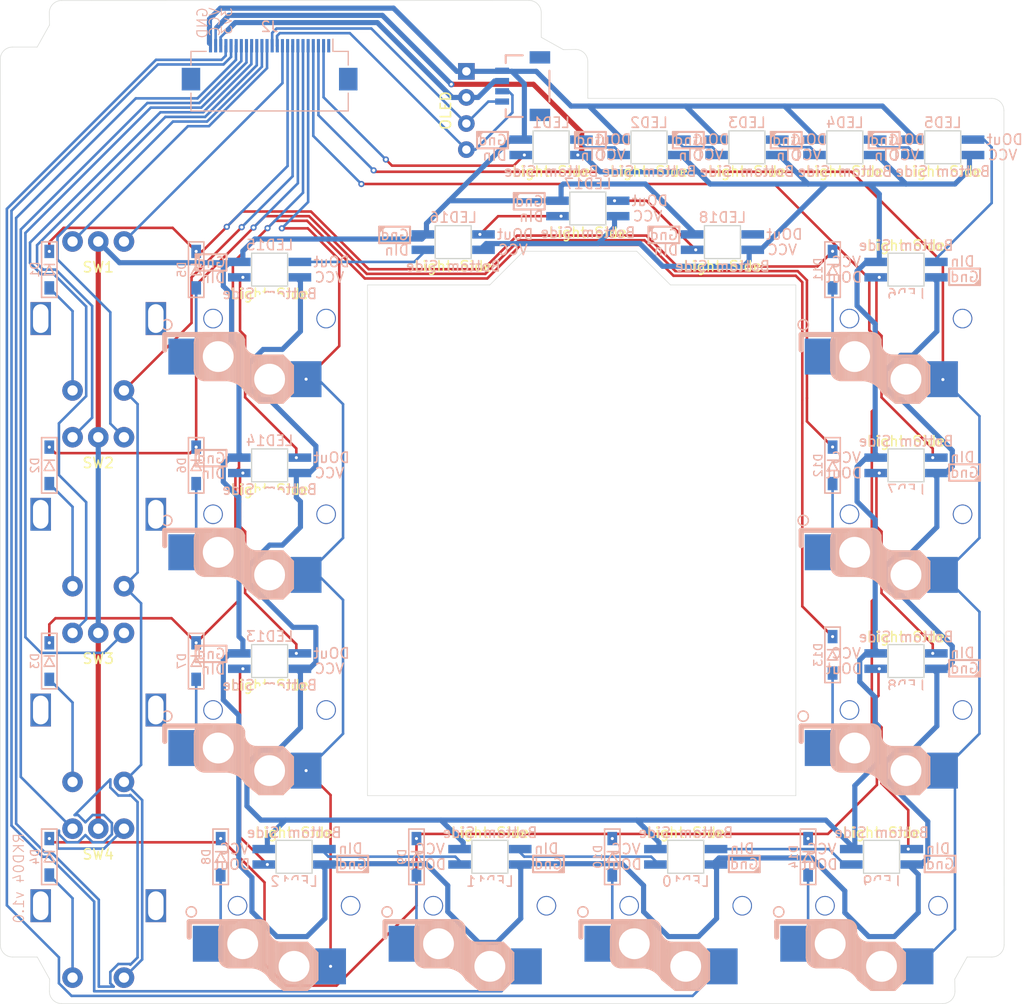
<source format=kicad_pcb>
(kicad_pcb (version 20241229) (generator "pcbnew") (generator_version "9.0")
  (layers (0 "F.Cu" signal) (2 "B.Cu" signal) (13 "F.Paste" user) (15 "B.Paste" user) (5 "F.SilkS" user "F.Silkscreen") (7 "B.SilkS" user "B.Silkscreen") (1 "F.Mask" user) (3 "B.Mask" user) (25 "Edge.Cuts" user))
  (net 0 "")
  (net 1 "Net-(D2-A)")
  (net 2 "Net-(D4-A)")
  (net 3 "Net-(D6-A)")
  (net 4 "Net-(D8-A)")
  (net 5 "GND")
  (net 6 "VCC")
  (net 7 "3v3")
  (net 8 "Net-(LED1-DOUT)")
  (net 9 "Net-(D10-A)")
  (net 10 "Net-(LED2-DOUT)")
  (net 11 "Net-(LED3-DOUT)")
  (net 12 "Net-(LED4-DOUT)")
  (net 13 "Net-(D1-A)")
  (net 14 "Net-(D3-A)")
  (net 15 "Net-(D5-A)")
  (net 16 "Net-(D7-A)")
  (net 17 "Net-(D9-A)")
  (net 18 "Net-(D11-A)")
  (net 19 "Net-(D12-A)")
  (net 20 "Net-(D13-A)")
  (net 21 "Net-(D14-A)")
  (net 24 "Net-(LED5-DOUT)")
  (net 25 "Net-(LED6-DOUT)")
  (net 26 "Net-(LED7-DOUT)")
  (net 27 "Net-(LED8-DOUT)")
  (net 28 "Net-(LED10-DIN)")
  (net 29 "Net-(LED10-DOUT)")
  (net 30 "Net-(LED11-DOUT)")
  (net 31 "Net-(LED12-DOUT)")
  (net 32 "Net-(LED13-DOUT)")
  (net 33 "Net-(LED14-DOUT)")
  (net 34 "Net-(LED15-DOUT)")
  (net 35 "Net-(LED16-DOUT)")
  (net 36 "Net-(LED17-DOUT)")
  (net 38 "GP09:Row1")
  (net 39 "GP19:SCL")
  (net 40 "GP18:SDA")
  (net 42 "GP13:COL4")
  (net 43 "GP28:COL3")
  (net 44 "GP27:COL2")
  (net 45 "GP26:RE4A")
  (net 46 "GP25:RE4B")
  (net 47 "GP24:RE3A")
  (net 48 "GP23:RE3B")
  (net 49 "GP22:RE2B")
  (net 50 "GP21:RE2A")
  (net 51 "GP20:RE1B")
  (net 52 "GP17:RE1A")
  (net 53 "GP14:LED")
  (net 54 "GP16:ROW0")
  (net 55 "GP08:COL0")
  (net 56 "GP10:ROW2")
  (net 57 "GP11:COL1")
  (net 58 "GP12:ROW3")
  (footprint "kbd_Parts:Diode_SMD" (layer "F.Cu") (at 47.624898 80.962487 -90)
    (property "Reference" "D3")
    (property "Value" "D" (hide yes))
  )
  (footprint "kbd_Parts:LED_SK6812MINI-E_BL" (layer "F.Cu") (at 71.437602 100.0125 180)
    (property "Reference" "LED12")
    (property "Value" "LED_SK6812MINI-E" (hide yes))
    (fp_line (start 1.75 1.6) (end -1.75 1.6) (stroke (width 0.12)) (layer "Edge.Cuts"))
    (fp_line (start 1.75 -1.6) (end 1.75 1.6) (stroke (width 0.12)) (layer "Edge.Cuts"))
    (fp_line (start -1.75 1.6) (end -1.75 -1.6) (stroke (width 0.12)) (layer "Edge.Cuts"))
    (fp_line (start -1.75 -1.6) (end 1.75 -1.6) (stroke (width 0.12)) (layer "Edge.Cuts"))
  )
  (footprint "Rikkodo_FootPrint:rkd_Asm_ChocV1V2_Hotswap_1u" (layer "F.Cu") (at 130.968648 66.674987)
    (property "Reference" "SW12" (hide yes))
    (property "Value" "SW_Push" (hide yes))
  )
  (footprint "kbd_Parts:LED_SK6812MINI-E_BL" (layer "F.Cu") (at 134.540523 30.956237)
    (property "Reference" "LED5")
    (property "Value" "LED_SK6812MINI-E" (hide yes))
    (fp_line (start -1.75 -1.6) (end 1.75 -1.6) (stroke (width 0.12)) (layer "Edge.Cuts"))
    (fp_line (start -1.75 1.6) (end -1.75 -1.6) (stroke (width 0.12)) (layer "Edge.Cuts"))
    (fp_line (start 1.75 -1.6) (end 1.75 1.6) (stroke (width 0.12)) (layer "Edge.Cuts"))
    (fp_line (start 1.75 1.6) (end -1.75 1.6) (stroke (width 0.12)) (layer "Edge.Cuts"))
  )
  (footprint "Rikkodo_FootPrint:rkd_Asm_ChocV1V2_Hotswap_1u" (layer "F.Cu") (at 71.4375 104.774937)
    (property "Reference" "SW8" (hide yes))
    (property "Value" "SW_Push" (hide yes))
  )
  (footprint "kbd_Parts:Diode_SMD" (layer "F.Cu") (at 102.393648 100.012487 -90)
    (property "Reference" "D10")
    (property "Value" "D" (hide yes))
  )
  (footprint "Rikkodo_FootPrint:rkd_Asm_ChocV1V2_Hotswap_1u" (layer "F.Cu") (at 90.487448 104.774937)
    (property "Reference" "SW9" (hide yes))
    (property "Value" "SW_Push" (hide yes))
  )
  (footprint "kbd_Parts:LED_SK6812MINI-E_BL" (layer "F.Cu") (at 113.109358 40.18356)
    (property "Reference" "LED18")
    (property "Value" "LED_SK6812MINI-E" (hide yes))
    (fp_line (start -1.75 -1.6) (end 1.75 -1.6) (stroke (width 0.12)) (layer "Edge.Cuts"))
    (fp_line (start -1.75 1.6) (end -1.75 -1.6) (stroke (width 0.12)) (layer "Edge.Cuts"))
    (fp_line (start 1.75 -1.6) (end 1.75 1.6) (stroke (width 0.12)) (layer "Edge.Cuts"))
    (fp_line (start 1.75 1.6) (end -1.75 1.6) (stroke (width 0.12)) (layer "Edge.Cuts"))
  )
  (footprint "Rikkodo_FootPrint:rkd_Asm_ChocV1V2_Hotswap_1u" (layer "F.Cu") (at 69.056098 85.724987)
    (property "Reference" "SW7" (hide yes))
    (property "Value" "SW_Push" (hide yes))
  )
  (footprint "kbd_Parts:LED_SK6812MINI-E_BL" (layer "F.Cu") (at 96.440523 30.956137)
    (property "Reference" "LED1")
    (property "Value" "LED_SK6812MINI-E" (hide yes))
    (fp_line (start -1.75 -1.6) (end 1.75 -1.6) (stroke (width 0.12)) (layer "Edge.Cuts"))
    (fp_line (start -1.75 1.6) (end -1.75 -1.6) (stroke (width 0.12)) (layer "Edge.Cuts"))
    (fp_line (start 1.75 -1.6) (end 1.75 1.6) (stroke (width 0.12)) (layer "Edge.Cuts"))
    (fp_line (start 1.75 1.6) (end -1.75 1.6) (stroke (width 0.12)) (layer "Edge.Cuts"))
  )
  (footprint "kbd_Parts:LED_SK6812MINI-E_BL" (layer "F.Cu") (at 115.490523 30.956137)
    (property "Reference" "LED3")
    (property "Value" "LED_SK6812MINI-E" (hide yes))
    (fp_line (start -1.75 -1.6) (end 1.75 -1.6) (stroke (width 0.12)) (layer "Edge.Cuts"))
    (fp_line (start -1.75 1.6) (end -1.75 -1.6) (stroke (width 0.12)) (layer "Edge.Cuts"))
    (fp_line (start 1.75 -1.6) (end 1.75 1.6) (stroke (width 0.12)) (layer "Edge.Cuts"))
    (fp_line (start 1.75 1.6) (end -1.75 1.6) (stroke (width 0.12)) (layer "Edge.Cuts"))
  )
  (footprint "kbd_Parts:Diode_SMD" (layer "F.Cu") (at 123.824898 61.912487 -90)
    (property "Reference" "D12")
    (property "Value" "D" (hide yes))
  )
  (footprint "kbd_Parts:Diode_SMD" (layer "F.Cu") (at 64.2937 100.012487 -90)
    (property "Reference" "D8")
    (property "Value" "D" (hide yes))
  )
  (footprint "kbd_Parts:Diode_SMD" (layer "F.Cu") (at 61.912348 42.862487 -90)
    (property "Reference" "D5")
    (property "Value" "D" (hide yes))
  )
  (footprint "kbd_Parts:Diode_SMD" (layer "F.Cu") (at 83.343648 100.012487 -90)
    (property "Reference" "D9")
    (property "Value" "D" (hide yes))
  )
  (footprint "Rikkodo_FootPrint:rkd_Asm_ChocV1V2_Hotswap_1u" (layer "F.Cu") (at 69.056098 66.674987)
    (property "Reference" "SW6" (hide yes))
    (property "Value" "SW_Push" (hide yes))
  )
  (footprint "BrownSugar_KBD:RotaryEncoder_EC11-Switch" (layer "F.Cu") (at 52.387398 104.774987 180)
    (property "Reference" "SW4")
    (property "Value" "RotaryEncoder_Switch")
  )
  (footprint "BrownSugar_KBD:RotaryEncoder_EC11-Switch" (layer "F.Cu") (at 52.387348 66.674987 180)
    (property "Reference" "SW2")
    (property "Value" "RotaryEncoder_Switch")
  )
  (footprint "kbd_Parts:LED_SK6812MINI-E_BL" (layer "F.Cu") (at 128.587602 100.0125 180)
    (property "Reference" "LED9")
    (property "Value" "LED_SK6812MINI-E" (hide yes))
    (fp_line (start 1.75 1.6) (end -1.75 1.6) (stroke (width 0.12)) (layer "Edge.Cuts"))
    (fp_line (start 1.75 -1.6) (end 1.75 1.6) (stroke (width 0.12)) (layer "Edge.Cuts"))
    (fp_line (start -1.75 1.6) (end -1.75 -1.6) (stroke (width 0.12)) (layer "Edge.Cuts"))
    (fp_line (start -1.75 -1.6) (end 1.75 -1.6) (stroke (width 0.12)) (layer "Edge.Cuts"))
  )
  (footprint "Rikkodo_FootPrint:rkd_Asm_ChocV1V2_Hotswap_1u" (layer "F.Cu") (at 109.537448 104.774937)
    (property "Reference" "SW10" (hide yes))
    (property "Value" "SW_Push" (hide yes))
  )
  (footprint "kbd_Parts:Diode_SMD" (layer "F.Cu") (at 121.44375 100.012487 -90)
    (property "Reference" "D14")
    (property "Value" "D" (hide yes))
  )
  (footprint "kbd_Parts:LED_SK6812MINI-E_BL" (layer "F.Cu") (at 100.012483 36.909391)
    (property "Reference" "LED17")
    (property "Value" "LED_SK6812MINI-E" (hide yes))
    (fp_line (start -1.75 -1.6) (end 1.75 -1.6) (stroke (width 0.12)) (layer "Edge.Cuts"))
    (fp_line (start -1.75 1.6) (end -1.75 -1.6) (stroke (width 0.12)) (layer "Edge.Cuts"))
    (fp_line (start 1.75 -1.6) (end 1.75 1.6) (stroke (width 0.12)) (layer "Edge.Cuts"))
    (fp_line (start 1.75 1.6) (end -1.75 1.6) (stroke (width 0.12)) (layer "Edge.Cuts"))
  )
  (footprint "Rikkodo_FootPrint:rkd_Asm_ChocV1V2_Hotswap_1u" (layer "F.Cu") (at 130.968648 47.624987)
    (property "Reference" "SW11" (hide yes))
    (property "Value" "SW_Push" (hide yes))
  )
  (footprint "kbd_Parts:LED_SK6812MINI-E_BL" (layer "F.Cu") (at 130.96875 42.8625 180)
    (property "Reference" "LED6")
    (property "Value" "LED_SK6812MINI-E" (hide yes))
    (fp_line (start 1.75 1.6) (end -1.75 1.6) (stroke (width 0.12)) (layer "Edge.Cuts"))
    (fp_line (start 1.75 -1.6) (end 1.75 1.6) (stroke (width 0.12)) (layer "Edge.Cuts"))
    (fp_line (start -1.75 1.6) (end -1.75 -1.6) (stroke (width 0.12)) (layer "Edge.Cuts"))
    (fp_line (start -1.75 -1.6) (end 1.75 -1.6) (stroke (width 0.12)) (layer "Edge.Cuts"))
  )
  (footprint "kbd_Parts:Diode_SMD" (layer "F.Cu") (at 47.624898 42.862487 -90)
    (property "Reference" "D1")
    (property "Value" "D" (hide yes))
  )
  (footprint "kbd_Parts:Diode_SMD" (layer "F.Cu") (at 123.824898 80.356237 -90)
    (property "Reference" "D13")
    (property "Value" "D" (hide yes))
  )
  (footprint "kbd_Parts:LED_SK6812MINI-E_BL" (layer "F.Cu") (at 130.968648 80.9625 180)
    (property "Reference" "LED8")
    (property "Value" "LED_SK6812MINI-E" (hide yes))
    (fp_line (start 1.75 1.6) (end -1.75 1.6) (stroke (width 0.12)) (layer "Edge.Cuts"))
    (fp_line (start 1.75 -1.6) (end 1.75 1.6) (stroke (width 0.12)) (layer "Edge.Cuts"))
    (fp_line (start -1.75 1.6) (end -1.75 -1.6) (stroke (width 0.12)) (layer "Edge.Cuts"))
    (fp_line (start -1.75 -1.6) (end 1.75 -1.6) (stroke (width 0.12)) (layer "Edge.Cuts"))
  )
  (footprint "Rikkodo_FootPrint:rkd_Asm_ChocV1V2_Hotswap_1u" (layer "F.Cu") (at 69.056098 47.624987)
    (property "Reference" "SW5" (hide yes))
    (property "Value" "SW_Push" (hide yes))
  )
  (footprint "Rikkodo_FootPrint:rkd_Asm_ChocV1V2_Hotswap_1u" (layer "F.Cu") (at 128.5875 104.774987)
    (property "Reference" "SW14" (hide yes))
    (property "Value" "SW_Push" (hide yes))
  )
  (footprint "kbd_Parts:LED_SK6812MINI-E_BL" (layer "F.Cu") (at 69.05625 80.9625)
    (property "Reference" "LED13")
    (property "Value" "LED_SK6812MINI-E" (hide yes))
    (fp_line (start -1.75 -1.6) (end 1.75 -1.6) (stroke (width 0.12)) (layer "Edge.Cuts"))
    (fp_line (start -1.75 1.6) (end -1.75 -1.6) (stroke (width 0.12)) (layer "Edge.Cuts"))
    (fp_line (start 1.75 -1.6) (end 1.75 1.6) (stroke (width 0.12)) (layer "Edge.Cuts"))
    (fp_line (start 1.75 1.6) (end -1.75 1.6) (stroke (width 0.12)) (layer "Edge.Cuts"))
  )
  (footprint "BrownSugar_KBD:RotaryEncoder_EC11-Switch" (layer "F.Cu") (at 52.387348 47.624987 180)
    (property "Reference" "SW1")
    (property "Value" "RotaryEncoder_Switch")
  )
  (footprint "kbd_Parts:Diode_SMD" (layer "F.Cu") (at 47.624898 61.912487 -90)
    (property "Reference" "D2")
    (property "Value" "D" (hide yes))
  )
  (footprint "kbd_Parts:LED_SK6812MINI-E_BL" (layer "F.Cu") (at 86.915608 40.183549)
    (property "Reference" "LED16")
    (property "Value" "LED_SK6812MINI-E" (hide yes))
    (fp_line (start -1.75 -1.6) (end 1.75 -1.6) (stroke (width 0.12)) (layer "Edge.Cuts"))
    (fp_line (start -1.75 1.6) (end -1.75 -1.6) (stroke (width 0.12)) (layer "Edge.Cuts"))
    (fp_line (start 1.75 -1.6) (end 1.75 1.6) (stroke (width 0.12)) (layer "Edge.Cuts"))
    (fp_line (start 1.75 1.6) (end -1.75 1.6) (stroke (width 0.12)) (layer "Edge.Cuts"))
  )
  (footprint "kbd_Parts:LED_SK6812MINI-E_BL" (layer "F.Cu") (at 90.4875 100.0125 180)
    (property "Reference" "LED11")
    (property "Value" "LED_SK6812MINI-E" (hide yes))
    (fp_line (start 1.75 1.6) (end -1.75 1.6) (stroke (width 0.12)) (layer "Edge.Cuts"))
    (fp_line (start 1.75 -1.6) (end 1.75 1.6) (stroke (width 0.12)) (layer "Edge.Cuts"))
    (fp_line (start -1.75 1.6) (end -1.75 -1.6) (stroke (width 0.12)) (layer "Edge.Cuts"))
    (fp_line (start -1.75 -1.6) (end 1.75 -1.6) (stroke (width 0.12)) (layer "Edge.Cuts"))
  )
  (footprint "BrownSugar_KBD:RotaryEncoder_EC11-Switch" (layer "F.Cu") (at 52.387348 85.724987 180)
    (property "Reference" "SW3")
    (property "Value" "RotaryEncoder_Switch")
  )
  (footprint "kbd_Parts:LED_SK6812MINI-E_BL" (layer "F.Cu") (at 125.015523 30.956237)
    (property "Reference" "LED4")
    (property "Value" "LED_SK6812MINI-E" (hide yes))
    (fp_line (start -1.75 -1.6) (end 1.75 -1.6) (stroke (width 0.12)) (layer "Edge.Cuts"))
    (fp_line (start -1.75 1.6) (end -1.75 -1.6) (stroke (width 0.12)) (layer "Edge.Cuts"))
    (fp_line (start 1.75 -1.6) (end 1.75 1.6) (stroke (width 0.12)) (layer "Edge.Cuts"))
    (fp_line (start 1.75 1.6) (end -1.75 1.6) (stroke (width 0.12)) (layer "Edge.Cuts"))
  )
  (footprint "kbd_Parts:LED_SK6812MINI-E_BL" (layer "F.Cu") (at 109.5375 100.0125 180)
    (property "Reference" "LED10")
    (property "Value" "LED_SK6812MINI-E" (hide yes))
    (fp_line (start 1.75 1.6) (end -1.75 1.6) (stroke (width 0.12)) (layer "Edge.Cuts"))
    (fp_line (start 1.75 -1.6) (end 1.75 1.6) (stroke (width 0.12)) (layer "Edge.Cuts"))
    (fp_line (start -1.75 1.6) (end -1.75 -1.6) (stroke (width 0.12)) (layer "Edge.Cuts"))
    (fp_line (start -1.75 -1.6) (end 1.75 -1.6) (stroke (width 0.12)) (layer "Edge.Cuts"))
  )
  (footprint "kbd_Parts:LED_SK6812MINI-E_BL" (layer "F.Cu") (at 69.05625 61.9125)
    (property "Reference" "LED14")
    (property "Value" "LED_SK6812MINI-E" (hide yes))
    (fp_line (start -1.75 -1.6) (end 1.75 -1.6) (stroke (width 0.12)) (layer "Edge.Cuts"))
    (fp_line (start -1.75 1.6) (end -1.75 -1.6) (stroke (width 0.12)) (layer "Edge.Cuts"))
    (fp_line (start 1.75 -1.6) (end 1.75 1.6) (stroke (width 0.12)) (layer "Edge.Cuts"))
    (fp_line (start 1.75 1.6) (end -1.75 1.6) (stroke (width 0.12)) (layer "Edge.Cuts"))
  )
  (footprint "kbd_Parts:Diode_SMD" (layer "F.Cu") (at 123.824898 42.862487 -90)
    (property "Reference" "D11")
    (property "Value" "D" (hide yes))
  )
  (footprint "BrownSugar_KBD:OLED_center_display" (layer "F.Cu") (at 69.696817 27.372508 90)
    (property "Reference" "OL1")
    (property "Value" "OLED" (hide yes))
  )
  (footprint "Rikkodo_FootPrint:rkd_Asm_ChocV1V2_Hotswap_1u" (layer "F.Cu") (at 130.968648 85.724987)
    (property "Reference" "SW13" (hide yes))
    (property "Value" "SW_Push" (hide yes))
  )
  (footprint "kbd_Parts:LED_SK6812MINI-E_BL" (layer "F.Cu") (at 69.056148 42.8625)
    (property "Reference" "LED15")
    (property "Value" "LED_SK6812MINI-E" (hide yes))
    (fp_line (start -1.75 -1.6) (end 1.75 -1.6) (stroke (width 0.12)) (layer "Edge.Cuts"))
    (fp_line (start -1.75 1.6) (end -1.75 -1.6) (stroke (width 0.12)) (layer "Edge.Cuts"))
    (fp_line (start 1.75 -1.6) (end 1.75 1.6) (stroke (width 0.12)) (layer "Edge.Cuts"))
    (fp_line (start 1.75 1.6) (end -1.75 1.6) (stroke (width 0.12)) (layer "Edge.Cuts"))
  )
  (footprint "kbd_Parts:Diode_SMD" (layer "F.Cu") (at 61.912348 61.912487 -90)
    (property "Reference" "D6")
    (property "Value" "D" (hide yes))
  )
  (footprint "kbd_Parts:LED_SK6812MINI-E_BL" (layer "F.Cu") (at 130.96875 61.9125 180)
    (property "Reference" "LED7")
    (property "Value" "LED_SK6812MINI-E" (hide yes))
    (fp_line (start 1.75 1.6) (end -1.75 1.6) (stroke (width 0.12)) (layer "Edge.Cuts"))
    (fp_line (start 1.75 -1.6) (end 1.75 1.6) (stroke (width 0.12)) (layer "Edge.Cuts"))
    (fp_line (start -1.75 1.6) (end -1.75 -1.6) (stroke (width 0.12)) (layer "Edge.Cuts"))
    (fp_line (start -1.75 -1.6) (end 1.75 -1.6) (stroke (width 0.12)) (layer "Edge.Cuts"))
  )
  (footprint "kbd_Parts:Diode_SMD" (layer "F.Cu") (at 47.624898 100.012487 -90)
    (property "Reference" "D4")
    (property "Value" "D" (hide yes))
  )
  (footprint "kbd_Parts:Diode_SMD" (layer "F.Cu") (at 61.912348 80.962487 -90)
    (property "Reference" "D7")
    (property "Value" "D" (hide yes))
  )
  (footprint "kbd_Parts:LED_SK6812MINI-E_BL" (layer "F.Cu") (at 105.965523 30.956237)
    (property "Reference" "LED2")
    (property "Value" "LED_SK6812MINI-E" (hide yes))
    (fp_line (start -1.75 -1.6) (end 1.75 -1.6) (stroke (width 0.12)) (layer "Edge.Cuts"))
    (fp_line (start -1.75 1.6) (end -1.75 -1.6) (stroke (width 0.12)) (layer "Edge.Cuts"))
    (fp_line (start 1.75 -1.6) (end 1.75 1.6) (stroke (width 0.12)) (layer "Edge.Cuts"))
    (fp_line (start 1.75 1.6) (end -1.75 1.6) (stroke (width 0.12)) (layer "Edge.Cuts"))
  )
  (footprint "SparkFun-Connector:JST_SMD_1.0mm-4_Black" (layer "B.Cu") (at 91.678202 25.003146 -90)
    (property "Reference" "J3")
    (property "Value" "Qwiic_RA")
  )
  (footprint "Connector_FFC-FPC:Hirose_FH12-24S-0.5SH_1x24-1MP_P0.50mm_Horizontal" (layer "B.Cu") (at 69.056192 22.919512 180)
    (property "Reference" "J2")
    (property "Value" "Conn_01x24")
  )
  (gr_arc (start 135.7313 113.109375) (mid 135.382567 113.951267) (end 134.540675 114.3) (stroke (width 0.05)) (layer "Edge.Cuts"))
  (gr_line (start 95.48125 17.85) (end 95.48125 20.25) (stroke (width 0.05)) (layer "Edge.Cuts"))
  (gr_line (start 104.774809 41.076517) (end 108.049025 44.350733) (stroke (width 0.05)) (layer "Edge.Cuts"))
  (gr_line (start 42.853023 22.390612) (end 42.86255 108.578125) (stroke (width 0.05)) (layer "Edge.Cuts"))
  (gr_line (start 47.624898 17.859362) (end 47.643648 19.049987) (stroke (width 0.05)) (layer "Edge.Cuts"))
  (gr_arc (start 47.624973 17.859387) (mid 47.973702 17.017491) (end 48.815598 16.668762) (stroke (width 0.05)) (layer "Edge.Cuts"))
  (gr_arc (start 94.290625 16.659375) (mid 95.132524 17.008101) (end 95.48125 17.85) (stroke (width 0.05)) (layer "Edge.Cuts"))
  (gr_arc (start 140.51255 108.578125) (mid 140.163802 109.420002) (end 139.321925 109.76875) (stroke (width 0.05)) (layer "Edge.Cuts"))
  (gr_line (start 135.7313 113.109375) (end 135.71255 111.91875) (stroke (width 0.05)) (layer "Edge.Cuts"))
  (gr_line (start 140.4938 27.384375) (end 140.51255 108.578125) (stroke (width 0.05)) (layer "Edge.Cuts"))
  (gr_line (start 98.821875 21.4313) (end 97.63125 21.45) (stroke (width 0.05)) (layer "Edge.Cuts"))
  (gr_line (start 78.581081 44.350733) (end 90.487321 44.350733) (stroke (width 0.05)) (layer "Edge.Cuts"))
  (gr_line (start 44.053175 109.76875) (end 46.453175 109.76875) (stroke (width 0.05)) (layer "Edge.Cuts"))
  (gr_line (start 136.91255 109.76875) (end 139.321925 109.76875) (stroke (width 0.05)) (layer "Edge.Cuts"))
  (gr_arc (start 139.30315 26.19375) (mid 140.145098 26.542435) (end 140.4938 27.384375) (stroke (width 0.05)) (layer "Edge.Cuts"))
  (gr_arc (start 48.82505 114.3) (mid 47.983084 113.951334) (end 47.634425 113.109375) (stroke (width 0.05)) (layer "Edge.Cuts"))
  (gr_line (start 100.0125 22.621875) (end 100.0125 26.19375) (stroke (width 0.05)) (layer "Edge.Cuts"))
  (gr_line (start 78.581215 94.059362) (end 120.252954 94.059362) (stroke (width 0.05)) (layer "Edge.Cuts"))
  (gr_line (start 120.252954 94.059362) (end 120.252921 44.350733) (stroke (width 0.05)) (layer "Edge.Cuts"))
  (gr_line (start 120.252921 44.350733) (end 108.049025 44.350733) (stroke (width 0.05)) (layer "Edge.Cuts"))
  (gr_line (start 47.653175 111.91875) (end 47.634425 113.109375) (stroke (width 0.05)) (layer "Edge.Cuts"))
  (gr_line (start 94.290625 16.659375) (end 48.815598 16.668762) (stroke (width 0.05)) (layer "Edge.Cuts"))
  (gr_line (start 90.487321 44.350733) (end 93.761537 41.076517) (stroke (width 0.05)) (layer "Edge.Cuts"))
  (gr_line (start 46.443648 21.199987) (end 44.043648 21.199987) (stroke (width 0.05)) (layer "Edge.Cuts"))
  (gr_line (start 47.643648 19.049987) (end 46.443648 21.199987) (stroke (width 0.05)) (layer "Edge.Cuts"))
  (gr_line (start 95.48125 20.25) (end 97.63125 21.45) (stroke (width 0.05)) (layer "Edge.Cuts"))
  (gr_arc (start 42.853023 22.390612) (mid 43.201745 21.548723) (end 44.043648 21.199987) (stroke (width 0.05)) (layer "Edge.Cuts"))
  (gr_line (start 93.761537 41.076517) (end 104.774809 41.076517) (stroke (width 0.05)) (layer "Edge.Cuts"))
  (gr_line (start 48.82505 114.3) (end 134.540675 114.3) (stroke (width 0.05)) (layer "Edge.Cuts"))
  (gr_arc (start 44.053175 109.76875) (mid 43.211269 109.420031) (end 42.86255 108.578125) (stroke (width 0.05)) (layer "Edge.Cuts"))
  (gr_line (start 139.3031 26.19375) (end 100.0125 26.19375) (stroke (width 0.05)) (layer "Edge.Cuts"))
  (gr_arc (start 98.821875 21.4313) (mid 99.663778 21.779986) (end 100.0125 22.621875) (stroke (width 0.05)) (layer "Edge.Cuts"))
  (gr_line (start 135.71255 111.91875) (end 136.91255 109.76875) (stroke (width 0.05)) (layer "Edge.Cuts"))
  (gr_line (start 46.453175 109.76875) (end 47.653175 111.91875) (stroke (width 0.05)) (layer "Edge.Cuts"))
  (gr_line (start 78.581081 44.350733) (end 78.581215 94.059362) (stroke (width 0.05)) (layer "Edge.Cuts"))
  (gr_text "RKD04 v1.0" (at 45.24375 97.63125 90) (layer "B.SilkS") (effects (font (size 1 1) (thickness 0.1)) (justify left bottom mirror)))
  (gr_text "3v3" (at 65.484426 17.264077 90) (layer "B.SilkS") (effects (font (size 1 1) (thickness 0.1)) (justify left bottom mirror)))
  (gr_text "VCC\n" (at 64.293804 17.264077 90) (layer "B.SilkS") (effects (font (size 1 1) (thickness 0.1)) (justify left bottom mirror)))
  (gr_text "GND\n" (at 63.103178 17.264077 90) (layer "B.SilkS") (effects (font (size 1 1) (thickness 0.1)) (justify left bottom mirror)))
  (segment (start 49.887348 65.949937) (end 49.887348 73.674987) (width 0.25) (layer "B.Cu") (net 1))
  (segment (start 47.624898 63.687487) (end 49.887348 65.949937) (width 0.25) (layer "B.Cu") (net 1))
  (segment (start 49.887398 104.049987) (end 49.887398 111.774987) (width 0.25) (layer "B.Cu") (net 2))
  (segment (start 47.624898 101.787487) (end 49.887398 104.049987) (width 0.25) (layer "B.Cu") (net 2))
  (segment (start 61.912348 63.687487) (end 61.912348 69.168737) (width 0.25) (layer "B.Cu") (net 3))
  (segment (start 61.912348 69.168737) (end 60.706098 70.374987) (width 0.25) (layer "B.Cu") (net 3))
  (segment (start 64.2937 107.268737) (end 63.0875 108.474937) (width 0.25) (layer "B.Cu") (net 4))
  (segment (start 64.2937 101.787487) (end 64.2937 107.268737) (width 0.25) (layer "B.Cu") (net 4))
  (segment (start 52.387348 97.274937) (end 52.387398 97.274987) (width 0.5) (layer "F.Cu") (net 5))
  (segment (start 52.387348 78.224987) (end 52.387348 97.274937) (width 0.5) (layer "F.Cu") (net 5))
  (segment (start 52.387348 40.124987) (end 52.387348 59.174987) (width 0.5) (layer "F.Cu") (net 5))
  (segment (start 64.555148 42.7515) (end 65.194148 42.1125) (width 0.5) (layer "B.Cu") (net 5))
  (segment (start 110.780503 107.775937) (end 107.859134 107.775937) (width 0.5) (layer "B.Cu") (net 5))
  (segment (start 66.055098 65.431932) (end 66.057098 65.429932) (width 0.5) (layer "B.Cu") (net 5))
  (segment (start 66.057098 86.244673) (end 64.55525 84.742825) (width 0.5) (layer "B.Cu") (net 5))
  (segment (start 66.057098 71.203828) (end 66.057098 67.920042) (width 0.5) (layer "B.Cu") (net 5))
  (segment (start 86.527692 36.159391) (end 92.480947 30.206137) (width 0.5) (layer "B.Cu") (net 5))
  (segment (start 66.055098 67.918042) (end 66.055098 65.431932) (width 0.5) (layer "B.Cu") (net 5))
  (segment (start 95.000068 23.562508) (end 92.618816 23.562508) (width 0.5) (layer "B.Cu") (net 5))
  (segment (start 128.967648 52.696146) (end 128.967648 54.353828) (width 0.5) (layer "B.Cu") (net 5))
  (segment (start 84.315608 38.371475) (end 86.527692 36.159391) (width 0.5) (layer "B.Cu") (net 5))
  (segment (start 66.380161 42.188487) (end 66.456148 42.1125) (width 0.5) (layer "B.Cu") (net 5))
  (segment (start 122.415523 30.206237) (end 119.154036 26.94475) (width 0.5) (layer "B.Cu") (net 5))
  (segment (start 88.196817 23.562508) (end 92.618816 23.562508) (width 0.5) (layer "B.Cu") (net 5))
  (segment (start 65.359048 49.798096) (end 65.359048 45.2774) (width 0.5) (layer "B.Cu") (net 5))
  (segment (start 128.967648 71.746146) (end 130.139807 70.573987) (width 0.5) (layer "B.Cu") (net 5))
  (segment (start 105.438448 105.355251) (end 105.438448 102.805287) (width 0.5) (layer "B.Cu") (net 5))
  (segment (start 64.55525 80.8515) (end 65.19425 80.2125) (width 0.5) (layer "B.Cu") (net 5))
  (segment (start 125.015727 103.332464) (end 121.806763 100.1235) (width 0.5) (layer "B.Cu") (net 5))
  (segment (start 132.159477 105.447065) (end 129.830555 107.775987) (width 0.5) (layer "B.Cu") (net 5))
  (segment (start 64.55525 63.5235) (end 64.55525 61.8015) (width 0.5) (layer "B.Cu") (net 5))
  (segment (start 133.969648 82.1135) (end 133.969648 87.295154) (width 0.5) (layer "B.Cu") (net 5))
  (segment (start 127.344445 107.775987) (end 125.015727 105.447269) (width 0.5) (layer "B.Cu") (net 5))
  (segment (start 130.139807 89.623987) (end 128.967648 90.796146) (width 0.5) (layer "B.Cu") (net 5))
  (segment (start 132.159477 101.734375) (end 132.159477 105.447065) (width 0.5) (layer "B.Cu") (net 5))
  (segment (start 66.057098 65.025348) (end 64.55525 63.5235) (width 0.5) (layer "B.Cu") (net 5))
  (segment (start 66.057098 100.739996) (end 66.057098 86.244673) (width 0.5) (layer "B.Cu") (net 5))
  (segment (start 74.037602 100.7625) (end 74.4385 101.163398) (width 0.5) (layer "B.Cu") (net 5))
  (segment (start 93.488448 106.017992) (end 91.159565 108.346875) (width 0.5) (layer "B.Cu") (net 5))
  (segment (start 54.450848 42.188487) (end 66.380161 42.188487) (width 0.5) (layer "B.Cu") (net 5))
  (segment (start 130.535362 74.575987) (end 130.139807 74.575987) (width 0.5) (layer "B.Cu") (net 5))
  (segment (start 89.380072 108.346875) (end 86.388448 105.355251) (width 0.5) (layer "B.Cu") (net 5))
  (segment (start 65.19425 80.2125) (end 66.45625 80.2125) (width 0.5) (layer "B.Cu") (net 5))
  (segment (start 107.859134 107.775937) (end 105.438448 105.355251) (width 0.5) (layer "B.Cu") (net 5))
  (segment (start 86.527692 36.159391) (end 97.412483 36.159391) (width 0.5) (layer "B.Cu") (net 5))
  (segment (start 112.890523 30.206137) (end 112.798887 30.206137) (width 0.5) (layer "B.Cu") (net 5))
  (segment (start 103.365523 30.206237) (end 103.365523 30.174131) (width 0.5) (layer "B.Cu") (net 5))
  (segment (start 84.315608 39.433549) (end 84.315608 38.371475) (width 0.5) (layer "B.Cu") (net 5))
  (segment (start 92.618816 23.562508) (end 93.840523 24.784215) (width 0.5) (layer "B.Cu") (net 5))
  (segment (start 74.113615 100.686487) (end 84.269648 100.686487) (width 0.5) (layer "B.Cu") (net 5))
  (segment (start 133.56875 43.6125) (end 133.969648 44.013398) (width 0.5) (layer "B.Cu") (net 5))
  (segment (start 74.4385 106.017992) (end 72.680555 107.775937) (width 0.5) (layer "B.Cu") (net 5))
  (segment (start 133.088602 100.1235) (end 132.449602 100.7625) (width 0.5) (layer "B.Cu") (net 5))
  (segment (start 65.19425 61.1625) (end 66.45625 61.1625) (width 0.5) (layer "B.Cu") (net 5))
  (segment (start 65.359048 45.2774) (end 64.555148 44.4735) (width 0.5) (layer "B.Cu") (net 5))
  (segment (start 67.3385 105.355251) (end 67.3385 102.025398) (width 0.5) (layer "B.Cu") (net 5))
  (segment (start 133.568648 81.7125) (end 133.969648 82.1135) (width 0.5) (layer "B.Cu") (net 5))
  (segment (start 133.088602 96.574782) (end 133.088602 100.1235) (width 0.5) (layer "B.Cu") (net 5))
  (segment (start 66.079743 60.785993) (end 66.079743 50.518791) (width 0.5) (layer "B.Cu") (net 5))
  (segment (start 74.4385 101.163398) (end 74.4385 106.017992) (width 0.5) (layer "B.Cu") (net 5))
  (segment (start 66.079743 50.518791) (end 65.359048 49.798096) (width 0.5) (layer "B.Cu") (net 5))
  (segment (start 52.387348 40.124987) (end 52.387348 39.885775) (width 0.5) (layer "B.Cu") (net 5))
  (segment (start 66.057098 65.429932) (end 66.057098 65.025348) (width 0.5) (layer "B.Cu") (net 5))
  (segment (start 133.969648 87.295154) (end 131.640815 89.623987) (width 0.5) (layer "B.Cu") (net 5))
  (segment (start 66.079743 78.575919) (end 66.079743 71.226473) (width 0.5) (layer "B.Cu") (net 5))
  (segment (start 86.388448 102.805287) (end 84.269648 100.686487) (width 0.5) (layer "B.Cu") (net 5))
  (segment (start 100.136142 26.94475) (end 98.38231 26.94475) (width 0.5) (layer "B.Cu") (net 5))
  (segment (start 103.365523 30.174131) (end 100.136142 26.94475) (width 0.5) (layer "B.Cu") (net 5))
  (segment (start 128.967648 54.353828) (end 130.139807 55.525987) (width 0.5) (layer "B.Cu") (net 5))
  (segment (start 130.139807 70.573987) (end 131.313703 70.573987) (width 0.5) (layer "B.Cu") (net 5))
  (segment (start 129.830555 107.775987) (end 127.344445 107.775987) (width 0.5) (layer "B.Cu") (net 5))
  (segment (start 128.679036 26.94475) (end 119.154036 26.94475) (width 0.5) (layer "B.Cu") (net 5))
  (segment (start 64.55525 61.8015) (end 65.19425 61.1625) (width 0.5) (layer "B.Cu") (net 5))
  (segment (start 133.568648 81.7125) (end 134.830648 81.7125) (width 0.5) (layer "B.Cu") (net 5))
  (segment (start 112.798887 30.206137) (end 109.5375 26.94475) (width 0.5) (layer "B.Cu") (net 5))
  (segment (start 133.969648 48.868042) (end 131.640815 51.196875) (width 0.5) (layer "B.Cu") (net 5))
  (segment (start 131.187602 100.7625) (end 132.159477 101.734375) (width 0.5) (layer "B.Cu") (net 5))
  (segment (start 88.196817 23.562508) (end 87.260999 23.562508) (width 0.5) (layer "B.Cu") (net 5))
  (segment (start 64.268928 17.416572) (end 63.205192 18.480308) (width 0.5) (layer "B.Cu") (net 5))
  (segment (start 66.45625 80.2125) (end 66.45625 78.952426) (width 0.5) (layer "B.Cu") (net 5))
  (segment (start 86.388448 105.355251) (end 86.388448 102.805287) (width 0.5) (layer "B.Cu") (net 5))
  (segment (start 66.456148 42.1125) (end 66.456148 41.050426) (width 0.5) (layer "B.Cu") (net 5))
  (segment (start 105.438448 102.805287) (end 103.319648 100.686487) (width 0.5) (layer "B.Cu") (net 5))
  (segment (start 98.38231 26.94475) (end 95.000068 23.562508) (width 0.5) (layer "B.Cu") (net 5))
  (segment (start 91.159565 108.346875) (end 89.380072 108.346875) (width 0.5) (layer "B.Cu") (net 5))
  (segment (start 112.1375 100.7625) (end 112.538448 101.163448) (width 0.5) (layer "B.Cu") (net 5))
  (segment (start 134.830648 81.7125) (end 135.469648 81.0735) (width 0.5) (layer "B.Cu") (net 5))
  (segment (start 52.387348 59.174987) (end 52.387348 78.224987) (width 0.5) (layer "B.Cu") (net 5))
  (segment (start 97.631332 34.528154) (end 97.412483 34.747003) (width 0.5) (layer "B.Cu") (net 5))
  (segment (start 119.154036 26.94475) (end 109.5375 26.94475) (width 0.5) (layer "B.Cu") (net 5))
  (segment (start 66.45625 61.1625) (end 66.079743 60.785993) (width 0.5) (layer "B.Cu") (net 5))
  (segment (start 103.319648 100.686487) (end 93.163513 100.686487) (width 0.5) (layer "B.Cu") (net 5))
  (segment (start 72.680555 107.775937) (end 69.759186 107.775937) (width 0.5) (layer "B.Cu") (net 5))
  (segment (start 63.205192 18.480308) (end 63.205192 20.835955) (width 0.5) (layer "B.Cu") (net 5))
  (segment (start 130.535361 55.525987) (end 135.46975 60.460376) (width 0.5) (layer "B.Cu") (net 5))
  (segment (start 133.969648 67.918042) (end 133.969648 63.063398) (width 0.5) (layer "B.Cu") (net 5))
  (segment (start 125.015727 105.447269) (end 125.015727 103.332464) (width 0.5) (layer "B.Cu") (net 5))
  (segment (start 135.469648 81.0735) (end 135.469648 79.510273) (width 0.5) (layer "B.Cu") (net 5))
  (segment (start 135.469648 79.510273) (end 130.535362 74.575987) (width 0.5) (layer "B.Cu") (net 5))
  (segment (start 83.863253 39.885904) (end 84.315608 39.433549) (width 0.5) (layer "B.Cu") (net 5))
  (segment (start 66.079743 71.226473) (end 66.057098 71.203828) (width 0.5) (layer "B.Cu") (net 5))
  (segment (start 131.313703 70.573987) (end 133.969648 67.918042) (width 0.5) (layer "B.Cu") (net 5))
  (segment (start 93.840523 24.784215) (end 93.840523 30.206137) (width 0.5) (layer "B.Cu") (net 5))
  (segment (start 69.759186 107.775937) (end 67.3385 105.355251) (width 0.5) (layer "B.Cu") (net 5))
  (segment (start 66.45625 78.952426) (end 66.079743 78.575919) (width 0.5) (layer "B.Cu") (net 5))
  (segment (start 93.0875 100.7625) (end 93.488448 101.163448) (width 0.5) (layer "B.Cu") (net 5))
  (segment (start 109.5375 26.94475) (end 100.136142 26.94475) (width 0.5) (layer "B.Cu") (net 5))
  (segment (start 66.456148 41.050426) (end 67.62067 39.885904) (width 0.5) (layer "B.Cu") (net 5))
  (segment (start 92.480947 30.206137) (end 93.840523 30.206137) (width 0.5) (layer "B.Cu") (net 5))
  (segment (start 131.940523 30.206237) (end 128.679036 26.94475) (width 0.5) (layer "B.Cu") (net 5))
  (segment (start 64.55525 84.742825) (end 64.55525 80.8515) (width 0.5) (layer "B.Cu") (net 5))
  (segment (start 130.139807 74.575987) (end 128.967648 73.403828) (width 0.5) (layer "B.Cu") (net 5))
  (segment (start 97.412483 34.747003) (end 97.412483 36.159391) (width 0.5) (layer "B.Cu") (net 5))
  (segment (start 93.163513 100.686487) (end 93.0875 100.7625) (width 0.5) (layer "B.Cu") (net 5))
  (segment (start 112.7765 100.1235) (end 112.1375 100.7625) (width 0.5) (layer "B.Cu") (net 5))
  (segment (start 81.111587 17.413096) (end 64.268928 17.416572) (width 0.5) (layer "B.Cu") (net 5))
  (segment (start 93.488448 101.163448) (end 93.488448 106.017992) (width 0.5) (layer "B.Cu") (net 5))
  (segment (start 135.46975 60.460376) (end 135.46975 62.0235) (width 0.5) (layer "B.Cu") (net 5))
  (segment (start 130.139807 55.525987) (end 130.535361 55.525987) (width 0.5) (layer "B.Cu") (net 5))
  (segment (start 74.037602 100.7625) (end 74.113615 100.686487) (width 0.5) (layer "B.Cu") (net 5))
  (segment (start 130.466919 51.196875) (end 128.967648 52.696146) (width 0.5) (layer "B.Cu") (net 5))
  (segment (start 112.538448 101.163448) (end 112.538448 106.017992) (width 0.5) (layer "B.Cu") (net 5))
  (segment (start 65.194148 42.1125) (end 66.456148 42.1125) (width 0.5) (layer "B.Cu") (net 5))
  (segment (start 121.806763 100.1235) (end 112.7765 100.1235) (width 0.5) (layer "B.Cu") (net 5))
  (segment (start 132.449602 100.7625) (end 131.187602 100.7625) (width 0.5) (layer "B.Cu") (net 5))
  (segment (start 133.969648 44.013398) (end 133.969648 48.868042) (width 0.5) (layer "B.Cu") (net 5))
  (segment (start 135.46975 62.0235) (end 134.83075 62.6625) (width 0.5) (layer "B.Cu") (net 5))
  (segment (start 110.509358 39.43356) (end 105.603952 34.528154) (width 0.5) (layer "B.Cu") (net 5))
  (segment (start 128.967648 92.453828) (end 133.088602 96.574782) (width 0.5) (layer "B.Cu") (net 5))
  (segment (start 128.967648 90.796146) (end 128.967648 92.453828) (width 0.5) (layer "B.Cu") (net 5))
  (segment (start 67.62067 39.885904) (end 83.863253 39.885904) (width 0.5) (layer "B.Cu") (net 5))
  (segment (start 134.83075 62.6625) (end 133.56875 62.6625) (width 0.5) (layer "B.Cu") (net 5))
  (segment (start 128.967648 73.403828) (end 128.967648 71.746146) (width 0.5) (layer "B.Cu") (net 5))
  (segment (start 67.3385 102.025398) (end 66.055098 100.741996) (width 0.5) (layer "B.Cu") (net 5))
  (segment (start 64.555148 44.4735) (end 64.555148 42.7515) (width 0.5) (layer "B.Cu") (net 5))
  (segment (start 133.969648 63.063398) (end 133.56875 62.6625) (width 0.5) (layer "B.Cu") (net 5))
  (segment (start 131.640815 51.196875) (end 130.466919 51.196875) (width 0.5) (layer "B.Cu") (net 5))
  (segment (start 66.057098 67.920042) (end 66.055098 67.918042) (width 0.5) (layer "B.Cu") (net 5))
  (segment (start 87.260999 23.562508) (end 81.111587 17.413096) (width 0.5) (layer "B.Cu") (net 5))
  (segment (start 66.055098 100.741996) (end 66.057098 100.739996) (width 0.5) (layer "B.Cu") (net 5))
  (segment (start 105.603952 34.528154) (end 97.631332 34.528154) (width 0.5) (layer "B.Cu") (net 5))
  (segment (start 52.387348 40.124987) (end 54.450848 42.188487) (width 0.5) (layer "B.Cu") (net 5))
  (segment (start 131.640815 89.623987) (end 130.139807 89.623987) (width 0.5) (layer "B.Cu") (net 5))
  (segment (start 112.538448 106.017992) (end 110.780503 107.775937) (width 0.5) (layer "B.Cu") (net 5))
  (segment (start 86.736008 24.823508) (end 94.719968 24.823508) (width 0.5) (layer "F.Cu") (net 6))
  (segment (start 99.417271 29.520811) (end 99.417271 31.329389) (width 0.5) (layer "F.Cu") (net 6))
  (segment (start 94.719968 24.823508) (end 99.417271 29.520811) (width 0.5) (layer "F.Cu") (net 6))
  (segment (start 99.417271 31.329389) (end 99.040523 31.706137) (width 0.5) (layer "F.Cu") (net 6))
  (via (at 86.736008 24.823508) (size 0.6) (drill 0.3) (layers "F.Cu" "B.Cu") (net 6))
  (via (at 99.040523 31.706137) (size 0.6) (drill 0.3) (layers "F.Cu" "B.Cu") (net 6))
  (segment (start 125.8855 99.160398) (end 125.987602 99.2625) (width 0.5) (layer "B.Cu") (net 6))
  (segment (start 111.91875 34.528125) (end 110.728153 33.337528) (width 0.5) (layer "B.Cu") (net 6))
  (segment (start 71.65625 68.31889) (end 72.057098 67.918042) (width 0.5) (layer "B.Cu") (net 6))
  (segment (start 87.8875 98.603125) (end 85.725 96.440625) (width 0.5) (layer "B.Cu") (net 6))
  (segment (start 67.055098 52.007402) (end 68.436513 50.625987) (width 0.5) (layer "B.Cu") (net 6))
  (segment (start 126.20625 62.063) (end 126.20625 65.431275) (width 0.5) (layer "B.Cu") (net 6))
  (segment (start 63.806192 21.069512) (end 63.806192 19.405181) (width 0.25) (layer "B.Cu") (net 6))
  (segment (start 66.850213 91.001031) (end 68.227257 89.623987) (width 0.5) (layer "B.Cu") (net 6))
  (segment (start 127.967648 86.968042) (end 128.266648 87.267042) (width 0.5) (layer "B.Cu") (net 6))
  (segment (start 70.299153 69.675987) (end 71.65625 68.31889) (width 0.5) (layer "B.Cu") (net 6))
  (segment (start 128.36875 42.1125) (end 128.36875 35.5) (width 0.5) (layer "B.Cu") (net 6))
  (segment (start 108.565523 31.706237) (end 109.096862 31.706237) (width 0.5) (layer "B.Cu") (net 6))
  (segment (start 86.736008 24.823508) (end 86.736008 24.823456) (width 0.5) (layer "B.Cu") (net 6))
  (segment (start 69.05625 69.675987) (end 70.299153 69.675987) (width 0.5) (layer "B.Cu") (net 6))
  (segment (start 86.736008 24.823456) (end 80.030119 18.117567) (width 0.5) (layer "B.Cu") (net 6))
  (segment (start 70.299153 50.625987) (end 72.057098 48.868042) (width 0.5) (layer "B.Cu") (net 6))
  (segment (start 101.008431 40.325517) (end 101.027937 40.306011) (width 0.5) (layer "B.Cu") (net 6))
  (segment (start 68.216051 96.440625) (end 66.850213 95.074787) (width 0.5) (layer "B.Cu") (net 6))
  (segment (start 90.12364 40.325517) (end 101.008431 40.325517) (width 0.5) (layer "B.Cu") (net 6))
  (segment (start 67.055098 73.403828) (end 67.055098 71.677139) (width 0.5) (layer "B.Cu") (net 6))
  (segment (start 127.969648 60.763398) (end 128.36875 61.1625) (width 0.5) (layer "B.Cu") (net 6))
  (segment (start 127.969648 67.194673) (end 127.969648 79.8135) (width 0.5) (layer "B.Cu") (net 6))
  (segment (start 116.824356 40.93356) (end 115.709358 40.93356) (width 0.5) (layer "B.Cu") (net 6))
  (segment (start 99.571762 31.706137) (end 99.040523 31.706137) (width 0.5) (layer "B.Cu") (net 6))
  (segment (start 130.96875 34.528125) (end 127.396875 34.528125) (width 0.5) (layer "B.Cu") (net 6))
  (segment (start 71.65625 81.7125) (end 72.91825 81.7125) (width 0.5) (layer "B.Cu") (net 6))
  (segment (start 127.10675 42.1125) (end 126.20625 43.013) (width 0.5) (layer "B.Cu") (net 6))
  (segment (start 127.106648 80.2125) (end 126.467648 80.8515) (width 0.5) (layer "B.Cu") (net 6))
  (segment (start 101.027937 40.306011) (end 102.612483 38.721465) (width 0.5) (layer "B.Cu") (net 6))
  (segment (start 115.170432 42.53456) (end 115.709358 41.995634) (width 0.5) (layer "B.Cu") (net 6))
  (segment (start 67.055098 71.677139) (end 69.05625 69.675987) (width 0.5) (layer "B.Cu") (net 6))
  (segment (start 106.9375 99.2625) (end 106.9375 98.603125) (width 0.5) (layer "B.Cu") (net 6))
  (segment (start 68.227257 55.525987) (end 67.055098 54.353828) (width 0.5) (layer "B.Cu") (net 6))
  (segment (start 118.090523 31.706137) (end 118.621762 31.706137) (width 0.5) (layer "B.Cu") (net 6))
  (segment (start 102.612483 38.721465) (end 102.612483 37.659391) (width 0.5) (layer "B.Cu") (net 6))
  (segment (start 68.837602 98.200426) (end 68.837602 99.2625) (width 0.5) (layer "B.Cu") (net 6))
  (segment (start 123.229791 34.528125) (end 121.44375 34.528125) (width 0.5) (layer "B.Cu") (net 6))
  (segment (start 73.55725 81.0735) (end 73.55725 77.678139) (width 0.5) (layer "B.Cu") (net 6))
  (segment (start 104.775 96.440625) (end 123.165727 96.440625) (width 0.5) (layer "B.Cu") (net 6))
  (segment (start 128.266648 90.808352) (end 125.987602 93.087398) (width 0.5) (layer "B.Cu") (net 6))
  (segment (start 72.91825 81.7125) (end 73.55725 81.0735) (width 0.5) (layer "B.Cu") (net 6))
  (segment (start 105.066377 40.306011) (end 107.294926 42.53456) (width 0.5) (layer "B.Cu") (net 6))
  (segment (start 68.436513 50.625987) (end 70.299153 50.625987) (width 0.5) (layer "B.Cu") (net 6))
  (segment (start 101.027937 40.306011) (end 105.066377 40.306011) (width 0.5) (layer "B.Cu") (net 6))
  (segment (start 126.467648 80.8515) (end 126.467648 82.981932) (width 0.5) (layer "B.Cu") (net 6))
  (segment (start 121.44375 34.528125) (end 111.91875 34.528125) (width 0.5) (layer "B.Cu") (net 6))
  (segment (start 89.515608 40.933549) (end 90.12364 40.325517) (width 0.5) (layer "B.Cu") (net 6))
  (segment (start 137.140523 33.118852) (end 135.73125 34.528125) (width 0.5) (layer "B.Cu") (net 6))
  (segment (start 135.73125 34.528125) (end 130.96875 34.528125) (width 0.5) (layer "B.Cu") (net 6))
  (segment (start 68.227257 89.623987) (end 69.884939 89.623987) (width 0.5) (layer "B.Cu") (net 6))
  (segment (start 127.967648 84.481932) (end 127.967648 86.968042) (width 0.5) (layer "B.Cu") (net 6))
  (segment (start 127.10675 61.1625) (end 126.20625 62.063) (width 0.5) (layer "B.Cu") (net 6))
  (segment (start 71.65625 62.6625) (end 72.91825 62.6625) (width 0.5) (layer "B.Cu") (net 6))
  (segment (start 80.030119 18.117567) (end 65.093806 18.117567) (width 0.5) (layer "B.Cu") (net 6))
  (segment (start 128.36875 61.1625) (end 127.10675 61.1625) (width 0.5) (layer "B.Cu") (net 6))
  (segment (start 71.65625 65.031084) (end 71.65625 62.6625) (width 0.5) (layer "B.Cu") (net 6))
  (segment (start 73.55725 62.0235) (end 73.55725 60.026987) (width 0.5) (layer "B.Cu") (net 6))
  (segment (start 110.728153 33.337528) (end 101.203153 33.337528) (width 0.5) (layer "B.Cu") (net 6))
  (segment (start 67.055098 54.353828) (end 67.055098 52.007402) (width 0.5) (layer "B.Cu") (net 6))
  (segment (start 125.987602 93.087398) (end 125.987602 99.2625) (width 0.5) (layer "B.Cu") (net 6))
  (segment (start 72.057098 67.918042) (end 72.057098 65.431932) (width 0.5) (layer "B.Cu") (net 6))
  (segment (start 69.231565 97.806463) (end 68.837602 98.200426) (width 0.5) (layer "B.Cu") (net 6))
  (segment (start 101.203153 33.337528) (end 99.571762 31.706137) (width 0.5) (layer "B.Cu") (net 6))
  (segment (start 72.057098 87.451828) (end 72.057098 82.113348) (width 0.5) (layer "B.Cu") (net 6))
  (segment (start 115.709358 41.995634) (end 115.709358 40.93356) (width 0.5) (layer "B.Cu") (net 6))
  (segment (start 126.20625 46.381275) (end 127.969648 48.144673) (width 0.5) (layer "B.Cu") (net 6))
  (segment (start 126.20625 65.431275) (end 127.969648 67.194673) (width 0.5) (layer "B.Cu") (net 6))
  (segment (start 66.850213 95.074787) (end 66.850213 91.001031) (width 0.5) (layer "B.Cu") (net 6))
  (segment (start 69.05625 55.525987) (end 68.227257 55.525987) (width 0.5) (layer "B.Cu") (net 6))
  (segment (start 106.9375 98.603125) (end 104.775 96.440625) (width 0.5) (layer "B.Cu") (net 6))
  (segment (start 126.467648 82.981932) (end 127.967648 84.481932) (width 0.5) (layer "B.Cu") (net 6))
  (segment (start 71.329409 77.678139) (end 67.055098 73.403828) (width 0.5) (layer "B.Cu") (net 6))
  (segment (start 128.266648 87.267042) (end 128.266648 90.808352) (width 0.5) (layer "B.Cu") (net 6))
  (segment (start 127.396875 34.528125) (end 123.229791 34.528125) (width 0.5) (layer "B.Cu") (net 6))
  (segment (start 65.093806 18.117567) (end 63.906192 19.305181) (width 0.5) (layer "B.Cu") (net 6))
  (segment (start 127.969648 79.8135) (end 128.368648 80.2125) (width 0.5) (layer "B.Cu") (net 6))
  (segment (start 72.057098 44.01345) (end 71.656148 43.6125) (width 0.5) (layer "B.Cu") (net 6))
  (segment (start 72.057098 65.431932) (end 71.65625 65.031084) (width 0.5) (layer "B.Cu") (net 6))
  (segment (start 128.146862 31.706237) (end 130.96875 34.528125) (width 0.5) (layer "B.Cu") (net 6))
  (segment (start 72.057098 48.868042) (end 72.057098 44.01345) (width 0.5) (layer "B.Cu") (net 6))
  (segment (start 73.55725 60.026987) (end 69.05625 55.525987) (width 0.5) (layer "B.Cu") (net 6))
  (segment (start 128.36875 35.5) (end 127.396875 34.528125) (width 0.5) (layer "B.Cu") (net 6))
  (segment (start 127.969648 48.144673) (end 127.969648 60.763398) (width 0.5) (layer "B.Cu") (net 6))
  (segment (start 128.368648 80.2125) (end 127.106648 80.2125) (width 0.5) (layer "B.Cu") (net 6))
  (segment (start 72.91825 62.6625) (end 73.55725 62.0235) (width 0.5) (layer "B.Cu") (net 6))
  (segment (start 70.597403 96.440625) (end 69.231565 97.806463) (width 0.5) (layer "B.Cu") (net 6))
  (segment (start 69.884939 89.623987) (end 72.057098 87.451828) (width 0.5) (layer "B.Cu") (net 6))
  (segment (start 126.20625 43.013) (end 126.20625 46.381275) (width 0.5) (layer "B.Cu") (net 6))
  (segment (start 137.140523 31.706237) (end 137.140523 33.118852) (width 0.5) (layer "B.Cu") (net 6))
  (segment (start 107.294926 42.53456) (end 115.170432 42.53456) (width 0.5) (layer "B.Cu") (net 6))
  (segment (start 127.615523 31.706237) (end 128.146862 31.706237) (width 0.5) (layer "B.Cu") (net 6))
  (segment (start 125.987602 99.2625) (end 123.165727 96.440625) (width 0.5) (layer "B.Cu") (net 6))
  (segment (start 128.36875 42.1125) (end 127.10675 42.1125) (width 0.5) (layer "B.Cu") (net 6))
  (segment (start 109.096862 31.706237) (end 111.91875 34.528125) (width 0.5) (layer "B.Cu") (net 6))
  (segment (start 73.55725 77.678139) (end 71.329409 77.678139) (width 0.5) (layer "B.Cu") (net 6))
  (segment (start 72.057098 82.113348) (end 71.65625 81.7125) (width 0.5) (layer "B.Cu") (net 6))
  (segment (start 118.621762 31.706137) (end 121.44375 34.528125) (width 0.5) (layer "B.Cu") (net 6))
  (segment (start 104.775 96.440625) (end 85.725 96.440625) (width 0.5) (layer "B.Cu") (net 6))
  (segment (start 63.806192 19.405181) (end 63.906192 19.305181) (width 0.25) (layer "B.Cu") (net 6))
  (segment (start 87.8875 99.2625) (end 87.8875 98.603125) (width 0.5) (layer "B.Cu") (net 6))
  (segment (start 123.229791 34.528125) (end 116.824356 40.93356) (width 0.5) (layer "B.Cu") (net 6))
  (segment (start 85.725 96.440625) (end 68.216051 96.440625) (width 0.5) (layer "B.Cu") (net 6))
  (segment (start 90.941691 24.503146) (end 91.678202 24.503146) (width 0.5) (layer "B.Cu") (net 7))
  (segment (start 64.889117 19.645329) (end 65.715879 18.818567) (width 0.5) (layer "B.Cu") (net 7))
  (segment (start 64.293696 20.24075) (end 64.293696 21.057016) (width 0.25) (layer "B.Cu") (net 7))
  (segment (start 64.889117 19.645329) (end 64.293696 20.24075) (width 0.25) (layer "B.Cu") (net 7))
  (segment (start 64.293804 21.0819) (end 64.306192 21.069512) (width 0.25) (layer "B.Cu") (net 7))
  (segment (start 64.306192 20.771817) (end 64.30625 20.771875) (width 0.25) (layer "B.Cu") (net 7))
  (segment (start 86.824383 26.102508) (end 88.196817 26.102508) (width 0.5) (layer "B.Cu") (net 7))
  (segment (start 88.196817 26.102508) (end 89.342329 26.102508) (width 0.5) (layer "B.Cu") (net 7))
  (segment (start 79.540442 18.818567) (end 86.824383 26.102508) (width 0.5) (layer "B.Cu") (net 7))
  (segment (start 65.715879 18.818567) (end 79.540442 18.818567) (width 0.5) (layer "B.Cu") (net 7))
  (segment (start 89.342329 26.102508) (end 90.941691 24.503146) (width 0.5) (layer "B.Cu") (net 7))
  (segment (start 99.804523 30.970137) (end 102.629423 30.970137) (width 0.25) (layer "B.Cu") (net 8))
  (segment (start 102.629423 30.970137) (end 103.365523 31.706237) (width 0.25) (layer "B.Cu") (net 8))
  (segment (start 99.040523 30.206137) (end 99.804523 30.970137) (width 0.25) (layer "B.Cu") (net 8))
  (segment (start 102.393648 101.787487) (end 102.393648 107.268737) (width 0.25) (layer "B.Cu") (net 9))
  (segment (start 102.393648 107.268737) (end 101.187448 108.474937) (width 0.25) (layer "B.Cu") (net 9))
  (segment (start 112.126523 30.942137) (end 112.890523 31.706137) (width 0.25) (layer "B.Cu") (net 10))
  (segment (start 108.565523 30.206237) (end 109.301423 30.942137) (width 0.25) (layer "B.Cu") (net 10))
  (segment (start 109.301423 30.942137) (end 112.126523 30.942137) (width 0.25) (layer "B.Cu") (net 10))
  (segment (start 118.826623 30.942237) (end 121.651523 30.942237) (width 0.25) (layer "B.Cu") (net 11))
  (segment (start 121.651523 30.942237) (end 122.415523 31.706237) (width 0.25) (layer "B.Cu") (net 11))
  (segment (start 118.090523 30.206137) (end 118.826623 30.942237) (width 0.25) (layer "B.Cu") (net 11))
  (segment (start 128.379523 30.970237) (end 131.204523 30.970237) (width 0.25) (layer "B.Cu") (net 12))
  (segment (start 127.615523 30.206237) (end 128.379523 30.970237) (width 0.25) (layer "B.Cu") (net 12))
  (segment (start 131.204523 30.970237) (end 131.940523 31.706237) (width 0.25) (layer "B.Cu") (net 12))
  (segment (start 47.624898 44.637487) (end 49.887348 46.899937) (width 0.25) (layer "B.Cu") (net 13))
  (segment (start 49.887348 46.899937) (end 49.887348 54.624987) (width 0.25) (layer "B.Cu") (net 13))
  (segment (start 49.887348 84.999937) (end 49.887348 92.724987) (width 0.25) (layer "B.Cu") (net 14))
  (segment (start 47.624898 82.737487) (end 49.887348 84.999937) (width 0.25) (layer "B.Cu") (net 14))
  (segment (start 61.912348 44.637487) (end 61.912348 50.118737) (width 0.25) (layer "B.Cu") (net 15))
  (segment (start 61.912348 50.118737) (end 60.706098 51.324987) (width 0.25) (layer "B.Cu") (net 15))
  (segment (start 61.912348 88.218737) (end 60.706098 89.424987) (width 0.25) (layer "B.Cu") (net 16))
  (segment (start 61.912348 82.737487) (end 61.912348 88.218737) (width 0.25) (layer "B.Cu") (net 16))
  (segment (start 83.343648 107.124998) (end 83.343648 101.787487) (width 0.25) (layer "B.Cu") (net 17))
  (segment (start 82.137448 108.474937) (end 82.137448 108.331198) (width 0.25) (layer "B.Cu") (net 17))
  (segment (start 82.137448 108.331198) (end 83.343648 107.124998) (width 0.25) (layer "B.Cu") (net 17))
  (segment (start 123.824898 50.118737) (end 122.618648 51.324987) (width 0.25) (layer "B.Cu") (net 18))
  (segment (start 123.824898 44.637487) (end 123.824898 50.118737) (width 0.25) (layer "B.Cu") (net 18))
  (segment (start 123.824898 63.687487) (end 123.824898 69.168737) (width 0.25) (layer "B.Cu") (net 19))
  (segment (start 123.824898 69.168737) (end 122.618648 70.374987) (width 0.25) (layer "B.Cu") (net 19))
  (segment (start 123.824898 88.218737) (end 122.618648 89.424987) (width 0.25) (layer "B.Cu") (net 20))
  (segment (start 123.824898 82.131237) (end 123.824898 88.218737) (width 0.25) (layer "B.Cu") (net 20))
  (segment (start 121.44375 107.268737) (end 120.2375 108.474987) (width 0.25) (layer "B.Cu") (net 21))
  (segment (start 121.44375 101.787487) (end 121.44375 107.268737) (width 0.25) (layer "B.Cu") (net 21))
  (segment (start 139.303242 36.378008) (end 133.56875 42.1125) (width 0.25) (layer "B.Cu") (net 24))
  (segment (start 138.553203 30.206237) (end 139.303242 30.956276) (width 0.25) (layer "B.Cu") (net 24))
  (segment (start 137.140523 30.206237) (end 138.553203 30.206237) (width 0.25) (layer "B.Cu") (net 24))
  (segment (start 139.303242 30.956276) (end 139.303242 36.378008) (width 0.25) (layer "B.Cu") (net 24))
  (segment (start 128.587392 49.311009) (end 128.587392 55.295844) (width 0.25) (layer "F.Cu") (net 25))
  (segment (start 128.092648 43.772138) (end 128.092648 48.816265) (width 0.25) (layer "F.Cu") (net 25))
  (segment (start 128.252286 43.6125) (end 128.092648 43.772138) (width 0.25) (layer "F.Cu") (net 25))
  (segment (start 128.36875 43.6125) (end 128.252286 43.6125) (width 0.25) (layer "F.Cu") (net 25))
  (segment (start 133.56875 60.277202) (end 133.56875 61.1625) (width 0.25) (layer "F.Cu") (net 25))
  (segment (start 128.587392 55.295844) (end 133.56875 60.277202) (width 0.25) (layer "F.Cu") (net 25))
  (segment (start 128.092648 48.816265) (end 128.587392 49.311009) (width 0.25) (layer "F.Cu") (net 25))
  (via (at 133.56875 61.1625) (size 0.6) (drill 0.3) (layers "F.Cu" "B.Cu") (net 25))
  (via (at 128.36875 43.6125) (size 0.6) (drill 0.3) (layers "F.Cu" "B.Cu") (net 25))
  (segment (start 128.092648 62.938602) (end 128.092648 67.866265) (width 0.25) (layer "F.Cu") (net 26))
  (segment (start 128.587392 68.361009) (end 128.587392 74.345946) (width 0.25) (layer "F.Cu") (net 26))
  (segment (start 128.36875 62.6625) (end 128.092648 62.938602) (width 0.25) (layer "F.Cu") (net 26))
  (segment (start 128.587392 74.345946) (end 133.568648 79.327202) (width 0.25) (layer "F.Cu") (net 26))
  (segment (start 133.568648 79.327202) (end 133.568648 80.2125) (width 0.25) (layer "F.Cu") (net 26))
  (segment (start 128.092648 67.866265) (end 128.587392 68.361009) (width 0.25) (layer "F.Cu") (net 26))
  (via (at 133.568648 80.2125) (size 0.6) (drill 0.3) (layers "F.Cu" "B.Cu") (net 26))
  (via (at 128.36875 62.6625) (size 0.6) (drill 0.3) (layers "F.Cu" "B.Cu") (net 26))
  (segment (start 128.587392 87.411009) (end 128.092648 86.916265) (width 0.25) (layer "F.Cu") (net 27))
  (segment (start 128.092648 86.916265) (end 128.092648 84.533709) (width 0.25) (layer "F.Cu") (net 27))
  (segment (start 131.187602 95.46896) (end 131.187602 99.2625) (width 0.25) (layer "F.Cu") (net 27))
  (segment (start 128.289736 81.791412) (end 128.368648 81.7125) (width 0.25) (layer "F.Cu") (net 27))
  (segment (start 128.587392 92.86875) (end 131.187602 95.46896) (width 0.25) (layer "F.Cu") (net 27))
  (segment (start 128.092648 84.533709) (end 128.289736 84.336621) (width 0.25) (layer "F.Cu") (net 27))
  (segment (start 128.289736 84.336621) (end 128.289736 81.791412) (width 0.25) (layer "F.Cu") (net 27))
  (segment (start 128.587392 92.86875) (end 128.587392 87.411009) (width 0.25) (layer "F.Cu") (net 27))
  (via (at 128.368648 81.7125) (size 0.6) (drill 0.3) (layers "F.Cu" "B.Cu") (net 27))
  (via (at 131.187602 99.2625) (size 0.6) (drill 0.3) (layers "F.Cu" "B.Cu") (net 27))
  (segment (start 123.475602 99.2625) (end 112.1375 99.2625) (width 0.25) (layer "B.Cu") (net 28))
  (segment (start 124.975602 100.7625) (end 125.987602 100.7625) (width 0.25) (layer "B.Cu") (net 28))
  (segment (start 123.475602 99.2625) (end 124.975602 100.7625) (width 0.25) (layer "B.Cu") (net 28))
  (segment (start 93.8235 99.9985) (end 106.1735 99.9985) (width 0.25) (layer "B.Cu") (net 29))
  (segment (start 106.1735 99.9985) (end 106.9375 100.7625) (width 0.25) (layer "B.Cu") (net 29))
  (segment (start 93.0875 99.2625) (end 93.8235 99.9985) (width 0.25) (layer "B.Cu") (net 29))
  (segment (start 87.1235 99.9985) (end 87.8875 100.7625) (width 0.25) (layer "B.Cu") (net 30))
  (segment (start 74.773602 99.9985) (end 87.1235 99.9985) (width 0.25) (layer "B.Cu") (net 30))
  (segment (start 74.037602 99.2625) (end 74.773602 99.9985) (width 0.25) (layer "B.Cu") (net 30))
  (segment (start 66.45625 81.7125) (end 66.180098 81.988652) (width 0.25) (layer "F.Cu") (net 31))
  (segment (start 66.180098 81.988652) (end 66.180098 98.104996) (width 0.25) (layer "F.Cu") (net 31))
  (segment (start 66.180098 98.104996) (end 68.837602 100.7625) (width 0.25) (layer "F.Cu") (net 31))
  (via (at 68.837602 100.7625) (size 0.6) (drill 0.3) (layers "F.Cu" "B.Cu") (net 31))
  (via (at 66.45625 81.7125) (size 0.6) (drill 0.3) (layers "F.Cu" "B.Cu") (net 31))
  (segment (start 71.65625 79.327202) (end 71.65625 80.2125) (width 0.25) (layer "F.Cu") (net 32))
  (segment (start 66.180098 67.866265) (end 66.675056 68.361223) (width 0.25) (layer "F.Cu") (net 32))
  (segment (start 66.45625 62.6625) (end 66.180098 62.938652) (width 0.25) (layer "F.Cu") (net 32))
  (segment (start 66.675056 68.361223) (end 66.675056 74.346008) (width 0.25) (layer "F.Cu") (net 32))
  (segment (start 66.675056 74.346008) (end 71.65625 79.327202) (width 0.25) (layer "F.Cu") (net 32))
  (segment (start 66.180098 62.938652) (end 66.180098 67.866265) (width 0.25) (layer "F.Cu") (net 32))
  (via (at 71.65625 80.2125) (size 0.6) (drill 0.3) (layers "F.Cu" "B.Cu") (net 32))
  (via (at 66.45625 62.6625) (size 0.6) (drill 0.3) (layers "F.Cu" "B.Cu") (net 32))
  (segment (start 66.675056 55.296008) (end 71.65625 60.277202) (width 0.25) (layer "F.Cu") (net 33))
  (segment (start 66.675056 49.311223) (end 66.675056 55.296008) (width 0.25) (layer "F.Cu") (net 33))
  (segment (start 66.456148 43.6125) (end 66.180098 43.88855) (width 0.25) (layer "F.Cu") (net 33))
  (segment (start 71.65625 60.277202) (end 71.65625 61.1625) (width 0.25) (layer "F.Cu") (net 33))
  (segment (start 66.180098 43.88855) (end 66.180098 48.816265) (width 0.25) (layer "F.Cu") (net 33))
  (segment (start 66.180098 48.816265) (end 66.675056 49.311223) (width 0.25) (layer "F.Cu") (net 33))
  (via (at 71.65625 61.1625) (size 0.6) (drill 0.3) (layers "F.Cu" "B.Cu") (net 33))
  (via (at 66.456148 43.6125) (size 0.6) (drill 0.3) (layers "F.Cu" "B.Cu") (net 33))
  (segment (start 83.136657 42.1125) (end 84.315608 40.933549) (width 0.25) (layer "B.Cu") (net 34))
  (segment (start 71.656148 42.1125) (end 83.136657 42.1125) (width 0.25) (layer "B.Cu") (net 34))
  (segment (start 91.289766 37.659391) (end 97.412483 37.659391) (width 0.25) (layer "F.Cu") (net 35))
  (segment (start 89.515608 39.433549) (end 91.289766 37.659391) (width 0.25) (layer "F.Cu") (net 35))
  (via (at 97.412483 37.659391) (size 0.6) (drill 0.3) (layers "F.Cu" "B.Cu") (net 35))
  (via (at 89.515608 39.433549) (size 0.6) (drill 0.3) (layers "F.Cu" "B.Cu") (net 35))
  (segment (start 102.612483 36.159391) (end 105.735189 36.159391) (width 0.25) (layer "F.Cu") (net 36))
  (segment (start 105.735189 36.159391) (end 110.509358 40.93356) (width 0.25) (layer "F.Cu") (net 36))
  (via (at 102.612483 36.159391) (size 0.6) (drill 0.3) (layers "F.Cu" "B.Cu") (net 36))
  (via (at 110.509358 40.93356) (size 0.6) (drill 0.3) (layers "F.Cu" "B.Cu") (net 36))
  (segment (start 67.493478 38.769715) (end 68.605192 37.658) (width 0.25) (layer "F.Cu") (net 38))
  (segment (start 78.508593 43.273733) (end 90.041213 43.273733) (width 0.25) (layer "F.Cu") (net 38))
  (segment (start 108.533776 43.006849) (end 120.432145 43.006849) (width 0.25) (layer "F.Cu") (net 38))
  (segment (start 47.624898 60.137487) (end 48.209337 60.721926) (width 0.25) (layer "F.Cu") (net 38))
  (segment (start 120.432145 43.006849) (end 121.329921 43.904625) (width 0.25) (layer "F.Cu") (net 38))
  (segment (start 67.493478 38.769715) (end 61.912348 44.350844) (width 0.25) (layer "F.Cu") (net 38))
  (segment (start 121.329928 55.364108) (end 121.329928 57.631437) (width 0.25) (layer "F.Cu") (net 38))
  (segment (start 72.89286 37.658) (end 78.508593 43.273733) (width 0.25) (layer "F.Cu") (net 38))
  (segment (start 68.605192 37.658) (end 72.89286 37.658) (width 0.25) (layer "F.Cu") (net 38))
  (segment (start 105.526444 39.999517) (end 108.533776 43.006849) (width 0.25) (layer "F.Cu") (net 38))
  (segment (start 48.209337 60.721926) (end 61.327909 60.721926) (width 0.25) (layer "F.Cu") (net 38))
  (segment (start 121.329921 43.904625) (end 121.329928 55.364108) (width 0.25) (layer "F.Cu") (net 38))
  (segment (start 61.912348 44.350844) (end 61.912348 60.137487) (width 0.25) (layer "F.Cu") (net 38))
  (segment (start 90.041213 43.273733) (end 93.315429 39.999517) (width 0.25) (layer "F.Cu") (net 38))
  (segment (start 93.315429 39.999517) (end 105.526444 39.999517) (width 0.25) (layer "F.Cu") (net 38))
  (segment (start 121.329928 57.631437) (end 123.825104 60.126613) (width 0.25) (layer "F.Cu") (net 38))
  (segment (start 61.327909 60.721926) (end 61.912348 60.137487) (width 0.25) (layer "F.Cu") (net 38))
  (via (at 67.493478 38.769715) (size 0.6) (drill 0.3) (layers "F.Cu" "B.Cu") (net 38))
  (via (at 61.912348 60.137487) (size 0.6) (drill 0.3) (layers "F.Cu" "B.Cu") (net 38))
  (via (at 47.624898 60.137487) (size 0.6) (drill 0.3) (layers "F.Cu" "B.Cu") (net 38))
  (via (at 123.825104 60.126613) (size 0.6) (drill 0.3) (layers "F.Cu" "B.Cu") (net 38))
  (segment (start 67.493478 38.769715) (end 71.806192 34.457) (width 0.25) (layer "B.Cu") (net 38))
  (segment (start 71.806192 34.457) (end 71.806192 21.069512) (width 0.25) (layer "B.Cu") (net 38))
  (segment (start 69.731558 19.394567) (end 69.30625 19.819875) (width 0.25) (layer "B.Cu") (net 39))
  (segment (start 69.30625 19.819875) (end 69.30625 20.771875) (width 0.25) (layer "B.Cu") (net 39))
  (segment (start 90.336179 26.503146) (end 91.678202 26.503146) (width 0.25) (layer "B.Cu") (net 39))
  (segment (start 78.948876 19.394567) (end 69.731558 19.394567) (width 0.25) (layer "B.Cu") (net 39))
  (segment (start 88.196817 28.642508) (end 78.948876 19.394567) (width 0.25) (layer "B.Cu") (net 39))
  (segment (start 88.196817 28.642508) (end 90.336179 26.503146) (width 0.25) (layer "B.Cu") (net 39))
  (segment (start 92.679202 27.574024) (end 89.070718 31.182508) (width 0.25) (layer "B.Cu") (net 40))
  (segment (start 69.782192 20.110071) (end 70.046696 19.845567) (width 0.25) (layer "B.Cu") (net 40))
  (segment (start 69.782192 21.093512) (end 69.782192 20.110071) (width 0.25) (layer "B.Cu") (net 40))
  (segment (start 92.679202 25.877146) (end 92.679202 27.574024) (width 0.25) (layer "B.Cu") (net 40))
  (segment (start 91.678202 25.503146) (end 92.305202 25.503146) (width 0.25) (layer "B.Cu") (net 40))
  (segment (start 70.046696 19.845567) (end 76.859876 19.845567) (width 0.25) (layer "B.Cu") (net 40))
  (segment (start 76.859876 19.845567) (end 88.196817 31.182508) (width 0.25) (layer "B.Cu") (net 40))
  (segment (start 69.806192 21.069512) (end 69.782192 21.093512) (width 0.25) (layer "B.Cu") (net 40))
  (segment (start 89.070718 31.182508) (end 88.196817 31.182508) (width 0.25) (layer "B.Cu") (net 40))
  (segment (start 92.305202 25.503146) (end 92.679202 25.877146) (width 0.25) (layer "B.Cu") (net 40))
  (segment (start 79.310021 33.3375) (end 125.679048 33.3375) (width 0.25) (layer "F.Cu") (net 42))
  (segment (start 125.679048 33.3375) (end 134.556127 42.214579) (width 0.25) (layer "F.Cu") (net 42))
  (segment (start 79.176629 33.204108) (end 79.310021 33.3375) (width 0.25) (layer "F.Cu") (net 42))
  (segment (start 134.556127 42.214579) (end 134.556127 53.562465) (width 0.25) (layer "F.Cu") (net 42))
  (via (at 79.176629 33.204108) (size 0.6) (drill 0.3) (layers "F.Cu" "B.Cu") (net 42))
  (via (at 134.556127 53.562465) (size 0.6) (drill 0.3) (layers "F.Cu" "B.Cu") (net 42))
  (segment (start 73.806192 27.833671) (end 73.806192 21.069512) (width 0.25) (layer "B.Cu") (net 42))
  (segment (start 135.731468 107.081019) (end 132.1375 110.674987) (width 0.25) (layer "B.Cu") (net 42))
  (segment (start 135.731468 107.081019) (end 135.731468 92.837807) (width 0.25) (layer "B.Cu") (net 42))
  (segment (start 138.1125 57.118839) (end 138.1125 68.981135) (width 0.25) (layer "B.Cu") (net 42))
  (segment (start 138.1125 68.981135) (end 134.518648 72.574987) (width 0.25) (layer "B.Cu") (net 42))
  (segment (start 79.176629 33.204108) (end 73.806192 27.833671) (width 0.25) (layer "B.Cu") (net 42))
  (segment (start 134.518648 53.524987) (end 134.556127 53.562465) (width 0.25) (layer "B.Cu") (net 42))
  (segment (start 135.731468 92.837807) (end 134.518648 91.624987) (width 0.25) (layer "B.Cu") (net 42))
  (segment (start 134.556127 53.562465) (end 138.1125 57.118839) (width 0.25) (layer "B.Cu") (net 42))
  (segment (start 138.112616 88.031019) (end 134.518648 91.624987) (width 0.25) (layer "B.Cu") (net 42))
  (segment (start 138.112616 76.168955) (end 138.112616 88.031019) (width 0.25) (layer "B.Cu") (net 42))
  (segment (start 134.518648 91.624987) (end 135.082836 91.624987) (width 0.25) (layer "B.Cu") (net 42))
  (segment (start 134.518648 72.574987) (end 138.112616 76.168955) (width 0.25) (layer "B.Cu") (net 42))
  (segment (start 64.782192 21.093512) (end 64.806192 21.069512) (width 0.25) (layer "B.Cu") (net 43))
  (segment (start 64.782192 22.045512) (end 64.782192 21.093512) (width 0.25) (layer "B.Cu") (net 43))
  (segment (start 49.78915 113.551987) (end 48.561398 112.324235) (width 0.25) (layer "B.Cu") (net 43))
  (segment (start 110.210398 113.551987) (end 49.78915 113.551987) (width 0.25) (layer "B.Cu") (net 43))
  (segment (start 58.002393 22.442512) (end 64.385192 22.442512) (width 0.25) (layer "B.Cu") (net 43))
  (segment (start 48.561398 109.800987) (end 43.496674 104.736263) (width 0.25) (layer "B.Cu") (net 43))
  (segment (start 43.496674 104.736263) (end 43.496674 36.948231) (width 0.25) (layer "B.Cu") (net 43))
  (segment (start 113.087448 110.674937) (end 110.210398 113.551987) (width 0.25) (layer "B.Cu") (net 43))
  (segment (start 64.385192 22.442512) (end 64.782192 22.045512) (width 0.25) (layer "B.Cu") (net 43))
  (segment (start 48.561398 112.324235) (end 48.561398 109.800987) (width 0.25) (layer "B.Cu") (net 43))
  (segment (start 43.496674 36.948231) (end 58.002393 22.442512) (width 0.25) (layer "B.Cu") (net 43))
  (segment (start 43.947674 96.975073) (end 43.947674 37.135041) (width 0.25) (layer "B.Cu") (net 44))
  (segment (start 43.947674 37.135041) (end 58.189203 22.893512) (width 0.25) (layer "B.Cu") (net 44))
  (segment (start 91.611398 113.100987) (end 51.99015 113.100987) (width 0.25) (layer "B.Cu") (net 44))
  (segment (start 51.99015 104.375739) (end 47.626995 100.012584) (width 0.25) (layer "B.Cu") (net 44))
  (segment (start 47.626995 100.012584) (end 46.985185 100.012584) (width 0.25) (layer "B.Cu") (net 44))
  (segment (start 65.306192 22.159322) (end 65.306192 21.069512) (width 0.25) (layer "B.Cu") (net 44))
  (segment (start 64.572002 22.893512) (end 65.306192 22.159322) (width 0.25) (layer "B.Cu") (net 44))
  (segment (start 51.99015 113.100987) (end 51.99015 104.375739) (width 0.25) (layer "B.Cu") (net 44))
  (segment (start 94.037448 110.674937) (end 91.611398 113.100987) (width 0.25) (layer "B.Cu") (net 44))
  (segment (start 46.985185 100.012584) (end 43.947674 96.975073) (width 0.25) (layer "B.Cu") (net 44))
  (segment (start 58.189203 22.893512) (end 64.572002 22.893512) (width 0.25) (layer "B.Cu") (net 44))
  (segment (start 48.561398 97.824235) (end 49.33815 98.600987) (width 0.25) (layer "B.Cu") (net 45))
  (segment (start 52.44115 104.188929) (end 47.813805 99.561584) (width 0.25) (layer "B.Cu") (net 45))
  (segment (start 65.782192 22.448459) (end 65.782192 21.069512) (width 0.25) (layer "B.Cu") (net 45))
  (segment (start 51.83815 98.600987) (end 52.936646 98.600987) (width 0.25) (layer "B.Cu") (net 45))
  (segment (start 52.44115 112.649987) (end 52.44115 104.188929) (width 0.25) (layer "B.Cu") (net 45))
  (segment (start 52.936646 95.948987) (end 51.83815 95.948987) (width 0.25) (layer "B.Cu") (net 45))
  (segment (start 47.171995 99.561584) (end 44.398674 96.788263) (width 0.25) (layer "B.Cu") (net 45))
  (segment (start 50.436646 98.600987) (end 51.137398 97.900235) (width 0.25) (layer "B.Cu") (net 45))
  (segment (start 55.506117 110.518458) (end 55.436646 110.448987) (width 0.25) (layer "B.Cu") (net 45))
  (segment (start 51.137398 97.900235) (end 51.83815 98.600987) (width 0.25) (layer "B.Cu") (net 45))
  (segment (start 49.33815 98.600987) (end 50.436646 98.600987) (width 0.25) (layer "B.Cu") (net 45))
  (segment (start 51.137398 96.649739) (end 50.436646 95.948987) (width 0.25) (layer "B.Cu") (net 45))
  (segment (start 47.813805 99.561584) (end 47.171995 99.561584) (width 0.25) (layer "B.Cu") (net 45))
  (segment (start 53.88715 112.649987) (end 52.44115 112.649987) (width 0.25) (layer "B.Cu") (net 45))
  (segment (start 56.040743 26.193772) (end 62.036879 26.193772) (width 0.25) (layer "B.Cu") (net 45))
  (segment (start 48.561398 97.475987) (end 48.561398 97.824235) (width 0.25) (layer "B.Cu") (net 45))
  (segment (start 53.713398 97.824235) (end 53.713398 96.725739) (width 0.25) (layer "B.Cu") (net 45))
  (segment (start 50.436646 95.948987) (end 50.088398 95.948987) (width 0.25) (layer "B.Cu") (net 45))
  (segment (start 55.506067 93.981516) (end 56.210398 94.685847) (width 0.25) (layer "B.Cu") (net 45))
  (segment (start 48.425898 97.611487) (end 48.561398 97.475987) (width 0.25) (layer "B.Cu") (net 45))
  (segment (start 53.561398 111.225739) (end 53.561398 112.324235) (width 0.25) (layer "B.Cu") (net 45))
  (segment (start 54.3381 94.050987) (end 55.436596 94.050987) (width 0.25) (layer "B.Cu") (net 45))
  (segment (start 56.210398 94.685847) (end 56.210398 109.814177) (width 0.25) (layer "B.Cu") (net 45))
  (segment (start 56.210398 109.814177) (end 55.506117 110.518458) (width 0.25) (layer "B.Cu") (net 45))
  (segment (start 54.33815 110.448987) (end 53.561398 111.225739) (width 0.25) (layer "B.Cu") (net 45))
  (segment (start 55.436596 94.050987) (end 55.506067 93.981516) (width 0.25) (layer "B.Cu") (net 45))
  (segment (start 53.561348 92.476037) (end 53.561348 93.274235) (width 0.25) (layer "B.Cu") (net 45))
  (segment (start 53.561348 93.274235) (end 54.3381 94.050987) (width 0.25) (layer "B.Cu") (net 45))
  (segment (start 62.036879 26.193772) (end 62.036901 26.19375) (width 0.25) (layer "B.Cu") (net 45))
  (segment (start 54.887398 97.274987) (end 52.948898 99.213487) (width 0.25) (layer "B.Cu") (net 45))
  (segment (start 44.398674 96.788263) (end 44.398674 37.835841) (width 0.25) (layer "B.Cu") (net 45))
  (segment (start 62.036901 26.19375) (end 65.782192 22.448459) (width 0.25) (layer "B.Cu") (net 45))
  (segment (start 53.713398 96.725739) (end 52.936646 95.948987) (width 0.25) (layer "B.Cu") (net 45))
  (segment (start 51.83815 95.948987) (end 51.137398 96.649739) (width 0.25) (layer "B.Cu") (net 45))
  (segment (start 55.436646 110.448987) (end 54.33815 110.448987) (width 0.25) (layer "B.Cu") (net 45))
  (segment (start 53.561398 112.324235) (end 53.88715 112.649987) (width 0.25) (layer "B.Cu") (net 45))
  (segment (start 48.425898 99.213487) (end 48.425898 97.611487) (width 0.25) (layer "B.Cu") (net 45))
  (segment (start 44.398674 37.835841) (end 56.040743 26.193772) (width 0.25) (layer "B.Cu") (net 45))
  (segment (start 52.936646 98.600987) (end 53.713398 97.824235) (width 0.25) (layer "B.Cu") (net 45))
  (segment (start 65.782192 21.069512) (end 65.806192 21.069512) (width 0.25) (layer "B.Cu") (net 45))
  (segment (start 50.088398 95.948987) (end 53.561348 92.476037) (width 0.25) (layer "B.Cu") (net 45))
  (segment (start 52.948898 99.213487) (end 48.425898 99.213487) (width 0.25) (layer "B.Cu") (net 45))
  (segment (start 66.306192 22.562269) (end 66.306192 21.069512) (width 0.25) (layer "B.Cu") (net 46))
  (segment (start 49.887398 97.274987) (end 44.849674 92.237263) (width 0.25) (layer "B.Cu") (net 46))
  (segment (start 44.849674 92.237263) (end 44.849674 38.959535) (width 0.25) (layer "B.Cu") (net 46))
  (segment (start 62.223689 26.644772) (end 66.306192 22.562269) (width 0.25) (layer "B.Cu") (net 46))
  (segment (start 57.164437 26.644772) (end 62.223689 26.644772) (width 0.25) (layer "B.Cu") (net 46))
  (segment (start 44.849674 38.959535) (end 57.164437 26.644772) (width 0.25) (layer "B.Cu") (net 46))
  (segment (start 54.887348 78.224987) (end 52.948848 80.163487) (width 0.25) (layer "B.Cu") (net 47))
  (segment (start 46.823898 80.163487) (end 45.300674 78.640263) (width 0.25) (layer "B.Cu") (net 47))
  (segment (start 57.49556 27.095772) (end 62.410499 27.095772) (width 0.25) (layer "B.Cu") (net 47))
  (segment (start 45.300674 78.640263) (end 45.300674 39.290658) (width 0.25) (layer "B.Cu") (net 47))
  (segment (start 66.806192 22.700079) (end 66.806192 21.069512) (width 0.25) (layer "B.Cu") (net 47))
  (segment (start 52.948848 80.163487) (end 46.823898 80.163487) (width 0.25) (layer "B.Cu") (net 47))
  (segment (start 45.300674 39.290658) (end 57.49556 27.095772) (width 0.25) (layer "B.Cu") (net 47))
  (segment (start 62.410499 27.095772) (end 66.806192 22.700079) (width 0.25) (layer "B.Cu") (net 47))
  (segment (start 51.213348 55.174235) (end 51.213348 46.452937) (width 0.25) (layer "B.Cu") (net 48))
  (segment (start 48.561348 57.826235) (end 51.213348 55.174235) (width 0.25) (layer "B.Cu") (net 48))
  (segment (start 62.597309 27.546772) (end 67.282192 22.861889) (width 0.25) (layer "B.Cu") (net 48))
  (segment (start 51.213348 46.452937) (end 48.073947 43.313536) (width 0.25) (layer "B.Cu") (net 48))
  (segment (start 67.282192 22.861889) (end 67.282192 21.069512) (width 0.25) (layer "B.Cu") (net 48))
  (segment (start 67.282192 21.069512) (end 67.306192 21.069512) (width 0.25) (layer "B.Cu") (net 48))
  (segment (start 48.073947 43.313536) (end 46.842917 43.313536) (width 0.25) (layer "B.Cu") (net 48))
  (segment (start 58.431929 27.546772) (end 62.597309 27.546772) (width 0.25) (layer "B.Cu") (net 48))
  (segment (start 49.887348 78.224987) (end 51.213348 76.898987) (width 0.25) (layer "B.Cu") (net 48))
  (segment (start 45.751674 40.227027) (end 58.431929 27.546772) (width 0.25) (layer "B.Cu") (net 48))
  (segment (start 51.213348 65.502937) (end 48.561348 62.850937) (width 0.25) (layer "B.Cu") (net 48))
  (segment (start 48.561348 62.850937) (end 48.561348 57.826235) (width 0.25) (layer "B.Cu") (net 48))
  (segment (start 51.213348 76.898987) (end 51.213348 65.502937) (width 0.25) (layer "B.Cu") (net 48))
  (segment (start 45.751674 42.222293) (end 45.751674 40.227027) (width 0.25) (layer "B.Cu") (net 48))
  (segment (start 46.842917 43.313536) (end 45.751674 42.222293) (width 0.25) (layer "B.Cu") (net 48))
  (segment (start 58.917926 27.997772) (end 46.434414 40.481284) (width 0.25) (layer "B.Cu") (net 49))
  (segment (start 46.434414 42.267223) (end 47.029727 42.862536) (width 0.25) (layer "B.Cu") (net 49))
  (segment (start 67.806192 22.975699) (end 62.784119 27.997772) (width 0.25) (layer "B.Cu") (net 49))
  (segment (start 62.784119 27.997772) (end 58.917926 27.997772) (width 0.25) (layer "B.Cu") (net 49))
  (segment (start 51.792231 57.270104) (end 49.887348 59.174987) (width 0.25) (layer "B.Cu") (net 49))
  (segment (start 67.806192 21.069512) (end 67.806192 22.975699) (width 0.25) (layer "B.Cu") (net 49))
  (segment (start 51.792231 46.39401) (end 51.792231 57.270104) (width 0.25) (layer "B.Cu") (net 49))
  (segment (start 47.029727 42.862536) (end 48.260757 42.862536) (width 0.25) (layer "B.Cu") (net 49))
  (segment (start 46.434414 40.481284) (end 46.434414 42.267223) (width 0.25) (layer "B.Cu") (net 49))
  (segment (start 48.260757 42.862536) (end 51.792231 46.39401) (width 0.25) (layer "B.Cu") (net 49))
  (segment (start 59.657552 28.448772) (end 62.970929 28.448772) (width 0.25) (layer "B.Cu") (net 50))
  (segment (start 48.425898 39.680426) (end 59.657552 28.448772) (width 0.25) (layer "B.Cu") (net 50))
  (segment (start 53.561348 57.848987) (end 53.561348 47.012905) (width 0.25) (layer "B.Cu") (net 50))
  (segment (start 53.561348 47.012905) (end 48.425898 41.877455) (width 0.25) (layer "B.Cu") (net 50))
  (segment (start 48.425898 41.877455) (end 48.425898 39.680426) (width 0.25) (layer "B.Cu") (net 50))
  (segment (start 62.970929 28.448772) (end 68.306192 23.113509) (width 0.25) (layer "B.Cu") (net 50))
  (segment (start 68.306192 23.113509) (end 68.306192 21.069512) (width 0.25) (layer "B.Cu") (net 50))
  (segment (start 54.887348 59.174987) (end 53.561348 57.848987) (width 0.25) (layer "B.Cu") (net 50))
  (segment (start 61.112563 28.899772) (end 49.887348 40.124987) (width 0.25) (layer "B.Cu") (net 51))
  (segment (start 68.806192 21.069512) (end 68.806192 23.251319) (width 0.25) (layer "B.Cu") (net 51))
  (segment (start 68.806192 23.251319) (end 63.157739 28.899772) (width 0.25) (layer "B.Cu") (net 51))
  (segment (start 63.157739 28.899772) (end 61.112563 28.899772) (width 0.25) (layer "B.Cu") (net 51))
  (segment (start 70.306192 24.706143) (end 70.306192 21.069512) (width 0.25) (layer "B.Cu") (net 52))
  (segment (start 54.887348 40.124987) (end 70.306192 24.706143) (width 0.25) (layer "B.Cu") (net 52))
  (segment (start 92.804445 32.742215) (end 93.840523 31.706137) (width 0.25) (layer "F.Cu") (net 53))
  (segment (start 80.962568 32.742215) (end 92.804445 32.742215) (width 0.25) (layer "F.Cu") (net 53))
  (segment (start 80.367255 32.146902) (end 80.962568 32.742215) (width 0.25) (layer "F.Cu") (net 53))
  (via (at 80.367255 32.146902) (size 0.6) (drill 0.3) (layers "F.Cu" "B.Cu") (net 53))
  (via (at 93.840523 31.706137) (size 0.6) (drill 0.3) (layers "F.Cu" "B.Cu") (net 53))
  (segment (start 74.306192 26.085839) (end 74.306192 21.069512) (width 0.25) (layer "B.Cu") (net 53))
  (segment (start 80.367255 32.146902) (end 74.306192 26.085839) (width 0.25) (layer "B.Cu") (net 53))
  (segment (start 122.345852 42.555849) (end 123.825104 41.076597) (width 0.25) (layer "F.Cu") (net 54))
  (segment (start 78.695403 42.822733) (end 89.854403 42.822733) (width 0.25) (layer "F.Cu") (net 54))
  (segment (start 108.720586 42.555849) (end 122.345852 42.555849) (width 0.25) (layer "F.Cu") (net 54))
  (segment (start 64.889117 38.695345) (end 66.377462 37.207) (width 0.25) (layer "F.Cu") (net 54))
  (segment (start 105.713254 39.548517) (end 108.720586 42.555849) (width 0.25) (layer "F.Cu") (net 54))
  (segment (start 59.623848 38.798987) (end 61.912348 41.087487) (width 0.25) (layer "F.Cu") (net 54))
  (segment (start 64.889117 38.695345) (end 62.496975 41.087487) (width 0.25) (layer "F.Cu") (net 54))
  (segment (start 49.013398 38.798987) (end 59.623848 38.798987) (width 0.25) (layer "F.Cu") (net 54))
  (segment (start 73.07967 37.207) (end 78.695403 42.822733) (width 0.25) (layer "F.Cu") (net 54))
  (segment (start 47.624898 40.187487) (end 49.013398 38.798987) (width 0.25) (layer "F.Cu") (net 54))
  (segment (start 62.496975 41.087487) (end 61.912348 41.087487) (width 0.25) (layer "F.Cu") (net 54))
  (segment (start 89.854403 42.822733) (end 93.128619 39.548517) (width 0.25) (layer "F.Cu") (net 54))
  (segment (start 66.377462 37.207) (end 73.07967 37.207) (width 0.25) (layer "F.Cu") (net 54))
  (segment (start 93.128619 39.548517) (end 105.713254 39.548517) (width 0.25) (layer "F.Cu") (net 54))
  (segment (start 47.624898 41.087487) (end 47.624898 40.187487) (width 0.25) (layer "F.Cu") (net 54))
  (via (at 64.889117 38.695345) (size 0.6) (drill 0.3) (layers "F.Cu" "B.Cu") (net 54))
  (via (at 47.624898 41.087487) (size 0.6) (drill 0.3) (layers "F.Cu" "B.Cu") (net 54))
  (via (at 123.825104 41.076597) (size 0.6) (drill 0.3) (layers "F.Cu" "B.Cu") (net 54))
  (via (at 61.912348 41.087487) (size 0.6) (drill 0.3) (layers "F.Cu" "B.Cu") (net 54))
  (segment (start 70.806192 32.77827) (end 70.806192 21.069512) (width 0.25) (layer "B.Cu") (net 54))
  (segment (start 64.889117 38.695345) (end 70.806192 32.77827) (width 0.25) (layer "B.Cu") (net 54))
  (segment (start 61.461348 48.050987) (end 54.887348 54.624987) (width 0.25) (layer "F.Cu") (net 55))
  (segment (start 61.461348 43.61122) (end 61.461348 48.050987) (width 0.25) (layer "F.Cu") (net 55))
  (segment (start 66.340038 38.73253) (end 61.461348 43.61122) (width 0.25) (layer "F.Cu") (net 55))
  (via (at 66.340038 38.73253) (size 0.6) (drill 0.3) (layers "F.Cu" "B.Cu") (net 55))
  (segment (start 56.554735 75.342374) (end 56.554735 91.0576) (width 0.25) (layer "B.Cu") (net 55))
  (segment (start 56.554735 91.0576) (end 54.887348 92.724987) (width 0.25) (layer "B.Cu") (net 55))
  (segment (start 71.293128 21.082576) (end 71.306192 21.069512) (width 0.25) (layer "B.Cu") (net 55))
  (segment (start 56.661398 94.499037) (end 56.661398 110.000987) (width 0.25) (layer "B.Cu") (net 55))
  (segment (start 66.340038 38.73253) (end 71.293128 33.77944) (width 0.25) (layer "B.Cu") (net 55))
  (segment (start 54.887348 54.624987) (end 56.213348 55.950987) (width 0.25) (layer "B.Cu") (net 55))
  (segment (start 56.661398 110.000987) (end 54.887398 111.774987) (width 0.25) (layer "B.Cu") (net 55))
  (segment (start 71.293128 33.77944) (end 71.293128 21.082576) (width 0.25) (layer "B.Cu") (net 55))
  (segment (start 54.887348 92.724987) (end 56.661398 94.499037) (width 0.25) (layer "B.Cu") (net 55))
  (segment (start 56.213348 55.950987) (end 56.213348 72.348987) (width 0.25) (layer "B.Cu") (net 55))
  (segment (start 54.887348 73.674987) (end 56.554735 75.342374) (width 0.25) (layer "B.Cu") (net 55))
  (segment (start 56.213348 72.348987) (end 54.887348 73.674987) (width 0.25) (layer "B.Cu") (net 55))
  (segment (start 120.878921 44.091435) (end 120.878928 55.550918) (width 0.25) (layer "F.Cu") (net 56))
  (segment (start 47.624898 79.187487) (end 47.624898 77.390832) (width 0.25) (layer "F.Cu") (net 56))
  (segment (start 66.079743 50.695567) (end 66.079743 62.153709) (width 0.25) (layer "F.Cu") (net 56))
  (segment (start 108.346966 43.457849) (end 120.245335 43.457849) (width 0.25) (layer "F.Cu") (net 56))
  (segment (start 65.83025 62.65069) (end 65.729098 62.751842) (width 0.25) (layer "F.Cu") (net 56))
  (segment (start 120.87893 57.818249) (end 120.878941 75.635153) (width 0.25) (layer "F.Cu") (net 56))
  (segment (start 65.729098 68.053075) (end 66.079743 68.40372) (width 0.25) (layer "F.Cu") (net 56))
  (segment (start 90.228023 43.724733) (end 93.502239 40.450517) (width 0.25) (layer "F.Cu") (net 56))
  (segment (start 66.079743 75.020092) (end 61.912348 79.187487) (width 0.25) (layer "F.Cu") (net 56))
  (segment (start 65.48443 50.100254) (end 66.079743 50.695567) (width 0.25) (layer "F.Cu") (net 56))
  (segment (start 59.520238 76.795377) (end 61.912348 79.187487) (width 0.25) (layer "F.Cu") (net 56))
  (segment (start 66.079743 68.40372) (end 66.079743 75.020092) (width 0.25) (layer "F.Cu") (net 56))
  (segment (start 120.878928 57.818247) (end 120.87893 57.818249) (width 0.25) (layer "F.Cu") (net 56))
  (segment (start 78.321783 43.724733) (end 90.228023 43.724733) (width 0.25) (layer "F.Cu") (net 56))
  (segment (start 65.729098 62.751842) (end 65.729098 68.053075) (width 0.25) (layer "F.Cu") (net 56))
  (segment (start 120.245335 43.457849) (end 120.878921 44.091435) (width 0.25) (layer "F.Cu") (net 56))
  (segment (start 47.624898 77.390832) (end 48.220353 76.795377) (width 0.25) (layer "F.Cu") (net 56))
  (segment (start 69.57435 38.109) (end 72.70605 38.109) (width 0.25) (layer "F.Cu") (net 56))
  (segment (start 93.502239 40.450517) (end 105.339634 40.450517) (width 0.25) (layer "F.Cu") (net 56))
  (segment (start 120.878928 55.550918) (end 120.878928 57.818247) (width 0.25) (layer "F.Cu") (net 56))
  (segment (start 48.220353 76.795377) (end 59.520238 76.795377) (width 0.25) (layer "F.Cu") (net 56))
  (segment (start 72.70605 38.109) (end 78.321783 43.724733) (width 0.25) (layer "F.Cu") (net 56))
  (segment (start 120.878941 75.635153) (end 123.825104 78.581316) (width 0.25) (layer "F.Cu") (net 56))
  (segment (start 65.83025 62.403202) (end 65.83025 62.65069) (width 0.25) (layer "F.Cu") (net 56))
  (segment (start 68.856253 38.827098) (end 69.57435 38.109) (width 0.25) (layer "F.Cu") (net 56))
  (segment (start 68.856253 38.827098) (end 65.48443 42.19892) (width 0.25) (layer "F.Cu") (net 56))
  (segment (start 66.079743 62.153709) (end 65.83025 62.403202) (width 0.25) (layer "F.Cu") (net 56))
  (segment (start 105.339634 40.450517) (end 108.346966 43.457849) (width 0.25) (layer "F.Cu") (net 56))
  (segment (start 65.48443 42.19892) (end 65.48443 50.100254) (width 0.25) (layer "F.Cu") (net 56))
  (via (at 47.624898 79.187487) (size 0.6) (drill 0.3) (layers "F.Cu" "B.Cu") (net 56))
  (via (at 123.825104 78.581316) (size 0.6) (drill 0.3) (layers "F.Cu" "B.Cu") (net 56))
  (via (at 61.912348 79.187487) (size 0.6) (drill 0.3) (layers "F.Cu" "B.Cu") (net 56))
  (via (at 68.856253 38.827098) (size 0.6) (drill 0.3) (layers "F.Cu" "B.Cu") (net 56))
  (segment (start 72.306192 21.069512) (end 72.306192 35.377159) (width 0.25) (layer "B.Cu") (net 56))
  (segment (start 72.306192 35.377159) (end 68.856253 38.827098) (width 0.25) (layer "B.Cu") (net 56))
  (segment (start 75.832098 50.298987) (end 72.606098 53.524987) (width 0.25) (layer "F.Cu") (net 57))
  (segment (start 74.9875 110.674937) (end 74.9875 94.006389) (width 0.25) (layer "F.Cu") (net 57))
  (segment (start 72.776865 38.844081) (end 75.832098 41.899314) (width 0.25) (layer "F.Cu") (net 57))
  (segment (start 75.832098 41.899314) (end 75.832098 50.298987) (width 0.25) (layer "F.Cu") (net 57))
  (segment (start 74.98745 110.674887) (end 74.9875 110.674937) (width 0.25) (layer "F.Cu") (net 57))
  (segment (start 74.9875 94.006389) (end 72.606098 91.624987) (width 0.25) (layer "F.Cu") (net 57))
  (segment (start 70.246934 38.844081) (end 72.776865 38.844081) (width 0.25) (layer "F.Cu") (net 57))
  (via (at 72.606098 53.524987) (size 0.6) (drill 0.3) (layers "F.Cu" "B.Cu") (net 57))
  (via (at 74.9875 110.674937) (size 0.6) (drill 0.3) (layers "F.Cu" "B.Cu") (net 57))
  (via (at 72.606098 91.624987) (size 0.6) (drill 0.3) (layers "F.Cu" "B.Cu") (net 57))
  (via (at 70.246934 38.844081) (size 0.6) (drill 0.3) (layers "F.Cu" "B.Cu") (net 57))
  (segment (start 72.606098 72.574987) (end 73.765612 72.574987) (width 0.25) (layer "B.Cu") (net 57))
  (segment (start 72.806192 36.284823) (end 72.806192 21.069512) (width 0.25) (layer "B.Cu") (net 57))
  (segment (start 70.246934 38.844081) (end 72.806192 36.284823) (width 0.25) (layer "B.Cu") (net 57))
  (segment (start 76.2 68.981085) (end 72.606098 72.574987) (width 0.25) (layer "B.Cu") (net 57))
  (segment (start 73.765612 53.524987) (end 76.2 55.959375) (width 0.25) (layer "B.Cu") (net 57))
  (segment (start 72.606098 53.524987) (end 73.223376 53.524987) (width 0.25) (layer "B.Cu") (net 57))
  (segment (start 73.765612 72.574987) (end 76.2 75.009375) (width 0.25) (layer "B.Cu") (net 57))
  (segment (start 76.2 88.031085) (end 72.606098 91.624987) (width 0.25) (layer "B.Cu") (net 57))
  (segment (start 73.223376 53.524987) (end 73.765612 53.524987) (width 0.25) (layer "B.Cu") (net 57))
  (segment (start 76.2 75.009375) (end 76.2 88.031085) (width 0.25) (layer "B.Cu") (net 57))
  (segment (start 76.2 55.959375) (end 76.2 68.981085) (width 0.25) (layer "B.Cu") (net 57))
  (segment (start 128.136392 87.597819) (end 128.136392 93.024019) (width 0.25) (layer "F.Cu") (net 58))
  (segment (start 127.641648 56.676771) (end 127.641648 68.053075) (width 0.25) (layer "F.Cu") (net 58))
  (segment (start 127.396768 48.758195) (end 127.99208 49.353507) (width 0.25) (layer "F.Cu") (net 58))
  (segment (start 123.373911 97.7865) (end 102.844635 97.7865) (width 0.25) (layer "F.Cu") (net 58))
  (segment (start 83.343648 98.237487) (end 83.343648 104.775204) (width 0.25) (layer "F.Cu") (net 58))
  (segment (start 77.985872 34.528096) (end 118.1619 34.528096) (width 0.25) (layer "F.Cu") (net 58))
  (segment (start 127.641648 68.053075) (end 127.99208 68.403507) (width 0.25) (layer "F.Cu") (net 58))
  (segment (start 64.2937 98.237487) (end 63.9302 98.600987) (width 0.25) (layer "F.Cu") (net 58))
  (segment (start 128.136392 93.024019) (end 123.373911 97.7865) (width 0.25) (layer "F.Cu") (net 58))
  (segment (start 68.5615 110.452002) (end 68.5615 102.505287) (width 0.25) (layer "F.Cu") (net 58))
  (segment (start 127.396768 43.762964) (end 127.396768 48.758195) (width 0.25) (layer "F.Cu") (net 58))
  (segment (start 127.99208 49.353507) (end 127.99208 56.326339) (width 0.25) (layer "F.Cu") (net 58))
  (segment (start 120.992763 97.7865) (end 121.44375 98.237487) (width 0.25) (layer "F.Cu") (net 58))
  (segment (start 127.99208 68.403507) (end 127.99208 74.781042) (width 0.25) (layer "F.Cu") (net 58))
  (segment (start 102.393648 98.226457) (end 102.393648 98.237487) (width 0.25) (layer "F.Cu") (net 58))
  (segment (start 83.794635 97.7865) (end 101.953691 97.7865) (width 0.25) (layer "F.Cu") (net 58))
  (segment (start 102.844635 97.7865) (end 102.393648 98.237487) (width 0.25) (layer "F.Cu") (net 58))
  (segment (start 127.99208 74.781042) (end 127.641648 75.131474) (width 0.25) (layer "F.Cu") (net 58))
  (segment (start 83.343648 98.237487) (end 83.794635 97.7865) (width 0.25) (layer "F.Cu") (net 58))
  (segment (start 101.953691 97.7865) (end 102.393648 98.226457) (width 0.25) (layer "F.Cu") (net 58))
  (segment (start 118.1619 34.528096) (end 127.396768 43.762964) (width 0.25) (layer "F.Cu") (net 58))
  (segment (start 63.9302 98.600987) (end 47.988398 98.600987) (width 0.25) (layer "F.Cu") (net 58))
  (segment (start 83.343648 104.775204) (end 75.567915 112.550937) (width 0.25) (layer "F.Cu") (net 58))
  (segment (start 127.99208 56.326339) (end 127.641648 56.676771) (width 0.25) (layer "F.Cu") (net 58))
  (segment (start 75.567915 112.550937) (end 70.660435 112.550937) (width 0.25) (layer "F.Cu") (net 58))
  (segment (start 47.988398 98.600987) (end 47.624898 98.237487) (width 0.25) (layer "F.Cu") (net 58))
  (segment (start 70.660435 112.550937) (end 68.5615 110.452002) (width 0.25) (layer "F.Cu") (net 58))
  (segment (start 127.641648 87.103075) (end 128.136392 87.597819) (width 0.25) (layer "F.Cu") (net 58))
  (segment (start 68.5615 102.505287) (end 64.2937 98.237487) (width 0.25) (layer "F.Cu") (net 58))
  (segment (start 127.641648 75.131474) (end 127.641648 87.103075) (width 0.25) (layer "F.Cu") (net 58))
  (via (at 64.2937 98.237487) (size 0.6) (drill 0.3) (layers "F.Cu" "B.Cu") (net 58))
  (via (at 83.343648 98.237487) (size 0.6) (drill 0.3) (layers "F.Cu" "B.Cu") (net 58))
  (via (at 121.44375 98.237487) (size 0.6) (drill 0.3) (layers "F.Cu" "B.Cu") (net 58))
  (via (at 47.624898 98.237487) (size 0.6) (drill 0.3) (layers "F.Cu" "B.Cu") (net 58))
  (via (at 102.393648 98.237487) (size 0.6) (drill 0.3) (layers "F.Cu" "B.Cu") (net 58))
  (via (at 77.985872 34.528096) (size 0.6) (drill 0.3) (layers "F.Cu" "B.Cu") (net 58))
  (segment (start 73.306192 21.069512) (end 73.306192 29.848416) (width 0.25) (layer "B.Cu") (net 58))
  (segment (start 73.306192 29.848416) (end 77.985872 34.528096) (width 0.25) (layer "B.Cu") (net 58))
)
</source>
